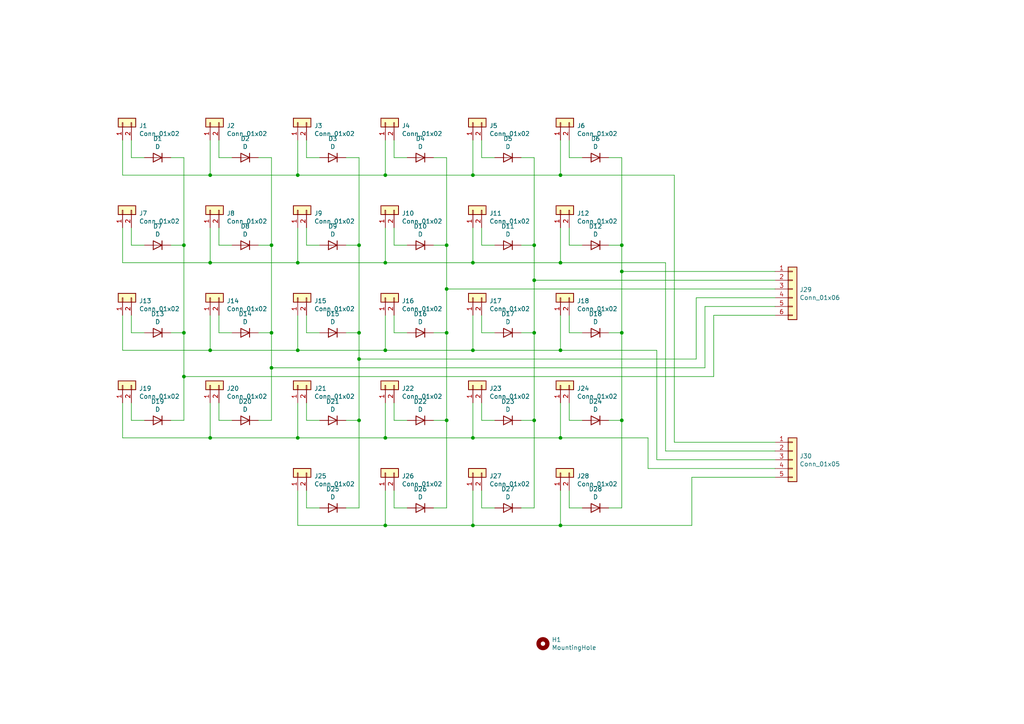
<source format=kicad_sch>
(kicad_sch (version 20211123) (generator eeschema)

  (uuid 4c7edb69-5c0d-4f19-b8b4-93a9e6064461)

  (paper "A4")

  (lib_symbols
    (symbol "Connector_Generic:Conn_01x02" (pin_names (offset 1.016) hide) (in_bom yes) (on_board yes)
      (property "Reference" "J" (id 0) (at 0 2.54 0)
        (effects (font (size 1.27 1.27)))
      )
      (property "Value" "Conn_01x02" (id 1) (at 0 -5.08 0)
        (effects (font (size 1.27 1.27)))
      )
      (property "Footprint" "" (id 2) (at 0 0 0)
        (effects (font (size 1.27 1.27)) hide)
      )
      (property "Datasheet" "~" (id 3) (at 0 0 0)
        (effects (font (size 1.27 1.27)) hide)
      )
      (property "ki_keywords" "connector" (id 4) (at 0 0 0)
        (effects (font (size 1.27 1.27)) hide)
      )
      (property "ki_description" "Generic connector, single row, 01x02, script generated (kicad-library-utils/schlib/autogen/connector/)" (id 5) (at 0 0 0)
        (effects (font (size 1.27 1.27)) hide)
      )
      (property "ki_fp_filters" "Connector*:*_1x??_*" (id 6) (at 0 0 0)
        (effects (font (size 1.27 1.27)) hide)
      )
      (symbol "Conn_01x02_1_1"
        (rectangle (start -1.27 -2.413) (end 0 -2.667)
          (stroke (width 0.1524) (type default) (color 0 0 0 0))
          (fill (type none))
        )
        (rectangle (start -1.27 0.127) (end 0 -0.127)
          (stroke (width 0.1524) (type default) (color 0 0 0 0))
          (fill (type none))
        )
        (rectangle (start -1.27 1.27) (end 1.27 -3.81)
          (stroke (width 0.254) (type default) (color 0 0 0 0))
          (fill (type background))
        )
        (pin passive line (at -5.08 0 0) (length 3.81)
          (name "Pin_1" (effects (font (size 1.27 1.27))))
          (number "1" (effects (font (size 1.27 1.27))))
        )
        (pin passive line (at -5.08 -2.54 0) (length 3.81)
          (name "Pin_2" (effects (font (size 1.27 1.27))))
          (number "2" (effects (font (size 1.27 1.27))))
        )
      )
    )
    (symbol "Connector_Generic:Conn_01x05" (pin_names (offset 1.016) hide) (in_bom yes) (on_board yes)
      (property "Reference" "J" (id 0) (at 0 7.62 0)
        (effects (font (size 1.27 1.27)))
      )
      (property "Value" "Conn_01x05" (id 1) (at 0 -7.62 0)
        (effects (font (size 1.27 1.27)))
      )
      (property "Footprint" "" (id 2) (at 0 0 0)
        (effects (font (size 1.27 1.27)) hide)
      )
      (property "Datasheet" "~" (id 3) (at 0 0 0)
        (effects (font (size 1.27 1.27)) hide)
      )
      (property "ki_keywords" "connector" (id 4) (at 0 0 0)
        (effects (font (size 1.27 1.27)) hide)
      )
      (property "ki_description" "Generic connector, single row, 01x05, script generated (kicad-library-utils/schlib/autogen/connector/)" (id 5) (at 0 0 0)
        (effects (font (size 1.27 1.27)) hide)
      )
      (property "ki_fp_filters" "Connector*:*_1x??_*" (id 6) (at 0 0 0)
        (effects (font (size 1.27 1.27)) hide)
      )
      (symbol "Conn_01x05_1_1"
        (rectangle (start -1.27 -4.953) (end 0 -5.207)
          (stroke (width 0.1524) (type default) (color 0 0 0 0))
          (fill (type none))
        )
        (rectangle (start -1.27 -2.413) (end 0 -2.667)
          (stroke (width 0.1524) (type default) (color 0 0 0 0))
          (fill (type none))
        )
        (rectangle (start -1.27 0.127) (end 0 -0.127)
          (stroke (width 0.1524) (type default) (color 0 0 0 0))
          (fill (type none))
        )
        (rectangle (start -1.27 2.667) (end 0 2.413)
          (stroke (width 0.1524) (type default) (color 0 0 0 0))
          (fill (type none))
        )
        (rectangle (start -1.27 5.207) (end 0 4.953)
          (stroke (width 0.1524) (type default) (color 0 0 0 0))
          (fill (type none))
        )
        (rectangle (start -1.27 6.35) (end 1.27 -6.35)
          (stroke (width 0.254) (type default) (color 0 0 0 0))
          (fill (type background))
        )
        (pin passive line (at -5.08 5.08 0) (length 3.81)
          (name "Pin_1" (effects (font (size 1.27 1.27))))
          (number "1" (effects (font (size 1.27 1.27))))
        )
        (pin passive line (at -5.08 2.54 0) (length 3.81)
          (name "Pin_2" (effects (font (size 1.27 1.27))))
          (number "2" (effects (font (size 1.27 1.27))))
        )
        (pin passive line (at -5.08 0 0) (length 3.81)
          (name "Pin_3" (effects (font (size 1.27 1.27))))
          (number "3" (effects (font (size 1.27 1.27))))
        )
        (pin passive line (at -5.08 -2.54 0) (length 3.81)
          (name "Pin_4" (effects (font (size 1.27 1.27))))
          (number "4" (effects (font (size 1.27 1.27))))
        )
        (pin passive line (at -5.08 -5.08 0) (length 3.81)
          (name "Pin_5" (effects (font (size 1.27 1.27))))
          (number "5" (effects (font (size 1.27 1.27))))
        )
      )
    )
    (symbol "Connector_Generic:Conn_01x06" (pin_names (offset 1.016) hide) (in_bom yes) (on_board yes)
      (property "Reference" "J" (id 0) (at 0 7.62 0)
        (effects (font (size 1.27 1.27)))
      )
      (property "Value" "Conn_01x06" (id 1) (at 0 -10.16 0)
        (effects (font (size 1.27 1.27)))
      )
      (property "Footprint" "" (id 2) (at 0 0 0)
        (effects (font (size 1.27 1.27)) hide)
      )
      (property "Datasheet" "~" (id 3) (at 0 0 0)
        (effects (font (size 1.27 1.27)) hide)
      )
      (property "ki_keywords" "connector" (id 4) (at 0 0 0)
        (effects (font (size 1.27 1.27)) hide)
      )
      (property "ki_description" "Generic connector, single row, 01x06, script generated (kicad-library-utils/schlib/autogen/connector/)" (id 5) (at 0 0 0)
        (effects (font (size 1.27 1.27)) hide)
      )
      (property "ki_fp_filters" "Connector*:*_1x??_*" (id 6) (at 0 0 0)
        (effects (font (size 1.27 1.27)) hide)
      )
      (symbol "Conn_01x06_1_1"
        (rectangle (start -1.27 -7.493) (end 0 -7.747)
          (stroke (width 0.1524) (type default) (color 0 0 0 0))
          (fill (type none))
        )
        (rectangle (start -1.27 -4.953) (end 0 -5.207)
          (stroke (width 0.1524) (type default) (color 0 0 0 0))
          (fill (type none))
        )
        (rectangle (start -1.27 -2.413) (end 0 -2.667)
          (stroke (width 0.1524) (type default) (color 0 0 0 0))
          (fill (type none))
        )
        (rectangle (start -1.27 0.127) (end 0 -0.127)
          (stroke (width 0.1524) (type default) (color 0 0 0 0))
          (fill (type none))
        )
        (rectangle (start -1.27 2.667) (end 0 2.413)
          (stroke (width 0.1524) (type default) (color 0 0 0 0))
          (fill (type none))
        )
        (rectangle (start -1.27 5.207) (end 0 4.953)
          (stroke (width 0.1524) (type default) (color 0 0 0 0))
          (fill (type none))
        )
        (rectangle (start -1.27 6.35) (end 1.27 -8.89)
          (stroke (width 0.254) (type default) (color 0 0 0 0))
          (fill (type background))
        )
        (pin passive line (at -5.08 5.08 0) (length 3.81)
          (name "Pin_1" (effects (font (size 1.27 1.27))))
          (number "1" (effects (font (size 1.27 1.27))))
        )
        (pin passive line (at -5.08 2.54 0) (length 3.81)
          (name "Pin_2" (effects (font (size 1.27 1.27))))
          (number "2" (effects (font (size 1.27 1.27))))
        )
        (pin passive line (at -5.08 0 0) (length 3.81)
          (name "Pin_3" (effects (font (size 1.27 1.27))))
          (number "3" (effects (font (size 1.27 1.27))))
        )
        (pin passive line (at -5.08 -2.54 0) (length 3.81)
          (name "Pin_4" (effects (font (size 1.27 1.27))))
          (number "4" (effects (font (size 1.27 1.27))))
        )
        (pin passive line (at -5.08 -5.08 0) (length 3.81)
          (name "Pin_5" (effects (font (size 1.27 1.27))))
          (number "5" (effects (font (size 1.27 1.27))))
        )
        (pin passive line (at -5.08 -7.62 0) (length 3.81)
          (name "Pin_6" (effects (font (size 1.27 1.27))))
          (number "6" (effects (font (size 1.27 1.27))))
        )
      )
    )
    (symbol "Device:D" (pin_numbers hide) (pin_names (offset 1.016) hide) (in_bom yes) (on_board yes)
      (property "Reference" "D" (id 0) (at 0 2.54 0)
        (effects (font (size 1.27 1.27)))
      )
      (property "Value" "D" (id 1) (at 0 -2.54 0)
        (effects (font (size 1.27 1.27)))
      )
      (property "Footprint" "" (id 2) (at 0 0 0)
        (effects (font (size 1.27 1.27)) hide)
      )
      (property "Datasheet" "~" (id 3) (at 0 0 0)
        (effects (font (size 1.27 1.27)) hide)
      )
      (property "ki_keywords" "diode" (id 4) (at 0 0 0)
        (effects (font (size 1.27 1.27)) hide)
      )
      (property "ki_description" "Diode" (id 5) (at 0 0 0)
        (effects (font (size 1.27 1.27)) hide)
      )
      (property "ki_fp_filters" "TO-???* *_Diode_* *SingleDiode* D_*" (id 6) (at 0 0 0)
        (effects (font (size 1.27 1.27)) hide)
      )
      (symbol "D_0_1"
        (polyline
          (pts
            (xy -1.27 1.27)
            (xy -1.27 -1.27)
          )
          (stroke (width 0.254) (type default) (color 0 0 0 0))
          (fill (type none))
        )
        (polyline
          (pts
            (xy 1.27 0)
            (xy -1.27 0)
          )
          (stroke (width 0) (type default) (color 0 0 0 0))
          (fill (type none))
        )
        (polyline
          (pts
            (xy 1.27 1.27)
            (xy 1.27 -1.27)
            (xy -1.27 0)
            (xy 1.27 1.27)
          )
          (stroke (width 0.254) (type default) (color 0 0 0 0))
          (fill (type none))
        )
      )
      (symbol "D_1_1"
        (pin passive line (at -3.81 0 0) (length 2.54)
          (name "K" (effects (font (size 1.27 1.27))))
          (number "1" (effects (font (size 1.27 1.27))))
        )
        (pin passive line (at 3.81 0 180) (length 2.54)
          (name "A" (effects (font (size 1.27 1.27))))
          (number "2" (effects (font (size 1.27 1.27))))
        )
      )
    )
    (symbol "Mechanical:MountingHole" (pin_names (offset 1.016)) (in_bom yes) (on_board yes)
      (property "Reference" "H" (id 0) (at 0 5.08 0)
        (effects (font (size 1.27 1.27)))
      )
      (property "Value" "MountingHole" (id 1) (at 0 3.175 0)
        (effects (font (size 1.27 1.27)))
      )
      (property "Footprint" "" (id 2) (at 0 0 0)
        (effects (font (size 1.27 1.27)) hide)
      )
      (property "Datasheet" "~" (id 3) (at 0 0 0)
        (effects (font (size 1.27 1.27)) hide)
      )
      (property "ki_keywords" "mounting hole" (id 4) (at 0 0 0)
        (effects (font (size 1.27 1.27)) hide)
      )
      (property "ki_description" "Mounting Hole without connection" (id 5) (at 0 0 0)
        (effects (font (size 1.27 1.27)) hide)
      )
      (property "ki_fp_filters" "MountingHole*" (id 6) (at 0 0 0)
        (effects (font (size 1.27 1.27)) hide)
      )
      (symbol "MountingHole_0_1"
        (circle (center 0 0) (radius 1.27)
          (stroke (width 1.27) (type default) (color 0 0 0 0))
          (fill (type none))
        )
      )
    )
  )

  (junction (at 180.34 121.92) (diameter 0) (color 0 0 0 0)
    (uuid 01eeb9bb-7b0d-49cb-b1da-e01b88c83a75)
  )
  (junction (at 180.34 78.74) (diameter 0) (color 0 0 0 0)
    (uuid 04950633-4166-4f55-af50-bf7d635ef669)
  )
  (junction (at 53.34 109.22) (diameter 0) (color 0 0 0 0)
    (uuid 050a41c6-2168-415d-bd45-29a151874812)
  )
  (junction (at 162.56 50.8) (diameter 0) (color 0 0 0 0)
    (uuid 089111fe-d0bf-418a-8cbf-e615a09063af)
  )
  (junction (at 137.16 152.4) (diameter 0) (color 0 0 0 0)
    (uuid 0a314609-7389-4ef3-9c58-08cc2dbf1a22)
  )
  (junction (at 180.34 96.52) (diameter 0) (color 0 0 0 0)
    (uuid 0ce4d2e1-cb27-4781-8d3a-814ef8cedadd)
  )
  (junction (at 154.94 96.52) (diameter 0) (color 0 0 0 0)
    (uuid 1ac1de8f-b826-440b-8728-6dd632023082)
  )
  (junction (at 111.76 101.6) (diameter 0) (color 0 0 0 0)
    (uuid 255fb375-a08c-4b42-9be2-dc1306d5c613)
  )
  (junction (at 60.96 101.6) (diameter 0) (color 0 0 0 0)
    (uuid 26974cea-06ef-4e82-a149-e29363111ebb)
  )
  (junction (at 78.74 96.52) (diameter 0) (color 0 0 0 0)
    (uuid 27447d05-a6ad-4991-b8b8-3e89e51f76b4)
  )
  (junction (at 180.34 71.12) (diameter 0) (color 0 0 0 0)
    (uuid 28bd1f05-2bcb-44c7-bbaa-d3c002131c78)
  )
  (junction (at 78.74 71.12) (diameter 0) (color 0 0 0 0)
    (uuid 2a59ec15-8df6-41fd-91a3-d42dbcd445ce)
  )
  (junction (at 129.54 83.82) (diameter 0) (color 0 0 0 0)
    (uuid 2b501da0-6fc9-4030-a9e6-e3d64c1781bd)
  )
  (junction (at 86.36 50.8) (diameter 0) (color 0 0 0 0)
    (uuid 33dd77e8-b60b-4baa-bcf4-608589ab0a0d)
  )
  (junction (at 60.96 76.2) (diameter 0) (color 0 0 0 0)
    (uuid 36d90c43-44d4-4f6b-869c-56eeb73ccaa5)
  )
  (junction (at 111.76 127) (diameter 0) (color 0 0 0 0)
    (uuid 3b332a35-a039-4081-a411-78c4c425e1b4)
  )
  (junction (at 154.94 71.12) (diameter 0) (color 0 0 0 0)
    (uuid 43c57360-38ec-42cc-b880-591320a9b125)
  )
  (junction (at 137.16 76.2) (diameter 0) (color 0 0 0 0)
    (uuid 54b1964f-4dff-4e41-bd10-b1a3fdf7a9ae)
  )
  (junction (at 53.34 96.52) (diameter 0) (color 0 0 0 0)
    (uuid 58108f14-89f1-4133-93e7-bf25fa1f455c)
  )
  (junction (at 137.16 101.6) (diameter 0) (color 0 0 0 0)
    (uuid 5ad355ed-9072-4be4-a781-38938d614fba)
  )
  (junction (at 111.76 76.2) (diameter 0) (color 0 0 0 0)
    (uuid 607ac9bc-3bc9-483a-877c-d322e55680ce)
  )
  (junction (at 137.16 127) (diameter 0) (color 0 0 0 0)
    (uuid 633ddfc2-51ad-4b69-8a30-f313d6825139)
  )
  (junction (at 162.56 152.4) (diameter 0) (color 0 0 0 0)
    (uuid 6a08101d-c1be-440e-bbb5-c54a52e27a01)
  )
  (junction (at 60.96 127) (diameter 0) (color 0 0 0 0)
    (uuid 6c7cab81-aaba-4970-ad1f-9fe26ac0de30)
  )
  (junction (at 104.14 104.14) (diameter 0) (color 0 0 0 0)
    (uuid 6e5251ea-3624-4b1b-a6d5-5bfea80d047c)
  )
  (junction (at 86.36 76.2) (diameter 0) (color 0 0 0 0)
    (uuid 74701c0f-064a-4d27-9768-b9c5c5010abd)
  )
  (junction (at 104.14 71.12) (diameter 0) (color 0 0 0 0)
    (uuid 829c2de7-8be3-42de-8056-81ca8e0abb0e)
  )
  (junction (at 154.94 121.92) (diameter 0) (color 0 0 0 0)
    (uuid 8c7909ef-090b-4b0e-add4-1e23dc9a6c15)
  )
  (junction (at 60.96 50.8) (diameter 0) (color 0 0 0 0)
    (uuid 90c1f83c-a762-4af1-93b9-21b6409feb10)
  )
  (junction (at 129.54 96.52) (diameter 0) (color 0 0 0 0)
    (uuid 96c0c894-3ba3-4dae-8183-492c99c6daef)
  )
  (junction (at 129.54 71.12) (diameter 0) (color 0 0 0 0)
    (uuid ae1f7f6e-1784-464a-892d-2f5fd8f465e4)
  )
  (junction (at 104.14 121.92) (diameter 0) (color 0 0 0 0)
    (uuid ae635420-6026-495a-97a9-23f6ec40fa09)
  )
  (junction (at 154.94 81.28) (diameter 0) (color 0 0 0 0)
    (uuid b7052fc4-aa37-4738-938d-cff26d16c92e)
  )
  (junction (at 137.16 50.8) (diameter 0) (color 0 0 0 0)
    (uuid b83f71c7-a420-433a-b102-1bdba8db3991)
  )
  (junction (at 111.76 50.8) (diameter 0) (color 0 0 0 0)
    (uuid cb8b0707-f60b-4005-9ffa-84800d461f59)
  )
  (junction (at 53.34 71.12) (diameter 0) (color 0 0 0 0)
    (uuid d14388fc-54f0-46f9-b9cf-37c48130a218)
  )
  (junction (at 129.54 121.92) (diameter 0) (color 0 0 0 0)
    (uuid d8fd5aa6-4875-4c6a-908f-b8e217fa6889)
  )
  (junction (at 104.14 96.52) (diameter 0) (color 0 0 0 0)
    (uuid dbc396c7-00d7-47ee-b9da-8bc43bc0ea3b)
  )
  (junction (at 86.36 127) (diameter 0) (color 0 0 0 0)
    (uuid dd21b415-0333-4680-875b-153667f1c46b)
  )
  (junction (at 86.36 101.6) (diameter 0) (color 0 0 0 0)
    (uuid ddaa325c-a0b2-4478-b9ca-5da8703d48ef)
  )
  (junction (at 162.56 127) (diameter 0) (color 0 0 0 0)
    (uuid e5d48c6f-399d-4846-b62e-1a764e9db653)
  )
  (junction (at 162.56 101.6) (diameter 0) (color 0 0 0 0)
    (uuid ecac24ce-bb5f-41c9-879d-f97934492b42)
  )
  (junction (at 162.56 76.2) (diameter 0) (color 0 0 0 0)
    (uuid ed42913b-e600-4e89-a650-04919167831a)
  )
  (junction (at 78.74 106.68) (diameter 0) (color 0 0 0 0)
    (uuid fa7ca027-86eb-4f4a-912a-a7c2dbf3d3b9)
  )
  (junction (at 111.76 152.4) (diameter 0) (color 0 0 0 0)
    (uuid fbccf76f-eea7-4d75-8d32-ace905fac118)
  )

  (wire (pts (xy 162.56 76.2) (xy 162.56 66.04))
    (stroke (width 0) (type default) (color 0 0 0 0))
    (uuid 007153f4-5a37-4d2d-8e5f-b88e2123e26d)
  )
  (wire (pts (xy 154.94 45.72) (xy 154.94 71.12))
    (stroke (width 0) (type default) (color 0 0 0 0))
    (uuid 0085c1b5-87b0-4885-a5d1-242190a4b48f)
  )
  (wire (pts (xy 207.01 109.22) (xy 53.34 109.22))
    (stroke (width 0) (type default) (color 0 0 0 0))
    (uuid 016b71b6-5d39-4afe-97a6-b5e1b5c1bde2)
  )
  (wire (pts (xy 38.1 91.44) (xy 38.1 96.52))
    (stroke (width 0) (type default) (color 0 0 0 0))
    (uuid 047e30d0-95a3-404f-ae79-cbd3aa3dae07)
  )
  (wire (pts (xy 204.47 88.9) (xy 204.47 106.68))
    (stroke (width 0) (type default) (color 0 0 0 0))
    (uuid 0661505d-e4be-4c53-8557-db51ba9f0eb5)
  )
  (wire (pts (xy 88.9 147.32) (xy 92.71 147.32))
    (stroke (width 0) (type default) (color 0 0 0 0))
    (uuid 075eaeae-3aa6-47f8-98a7-bad8b7a26fe8)
  )
  (wire (pts (xy 154.94 121.92) (xy 151.13 121.92))
    (stroke (width 0) (type default) (color 0 0 0 0))
    (uuid 079656a6-8d3f-41c1-b3c1-a9b10792bec1)
  )
  (wire (pts (xy 162.56 101.6) (xy 162.56 91.44))
    (stroke (width 0) (type default) (color 0 0 0 0))
    (uuid 07df157c-831d-4476-8826-8b42a84452d2)
  )
  (wire (pts (xy 165.1 121.92) (xy 168.91 121.92))
    (stroke (width 0) (type default) (color 0 0 0 0))
    (uuid 08ef2e09-7f86-4a91-a338-76298def2279)
  )
  (wire (pts (xy 86.36 127) (xy 111.76 127))
    (stroke (width 0) (type default) (color 0 0 0 0))
    (uuid 0bf47900-6032-4401-a1ec-f5fb9d673fdc)
  )
  (wire (pts (xy 86.36 50.8) (xy 111.76 50.8))
    (stroke (width 0) (type default) (color 0 0 0 0))
    (uuid 0e06bc65-2f84-4aca-a6a5-1122eed98092)
  )
  (wire (pts (xy 100.33 45.72) (xy 104.14 45.72))
    (stroke (width 0) (type default) (color 0 0 0 0))
    (uuid 0f0d7f18-66cd-4219-9e98-c9655e2683ca)
  )
  (wire (pts (xy 114.3 71.12) (xy 118.11 71.12))
    (stroke (width 0) (type default) (color 0 0 0 0))
    (uuid 1087f6e4-2712-481f-9319-5291a24e1346)
  )
  (wire (pts (xy 53.34 121.92) (xy 49.53 121.92))
    (stroke (width 0) (type default) (color 0 0 0 0))
    (uuid 116a8072-da7b-41be-ae35-ec57c8d59b5b)
  )
  (wire (pts (xy 104.14 96.52) (xy 104.14 104.14))
    (stroke (width 0) (type default) (color 0 0 0 0))
    (uuid 11c79fa6-3599-4bae-9f60-438d4edf41fb)
  )
  (wire (pts (xy 78.74 71.12) (xy 78.74 96.52))
    (stroke (width 0) (type default) (color 0 0 0 0))
    (uuid 11e731b5-27cc-4186-8bd7-b48014758921)
  )
  (wire (pts (xy 137.16 127) (xy 162.56 127))
    (stroke (width 0) (type default) (color 0 0 0 0))
    (uuid 12a6c264-cafb-4ea8-9044-dfb08f5505f2)
  )
  (wire (pts (xy 104.14 121.92) (xy 100.33 121.92))
    (stroke (width 0) (type default) (color 0 0 0 0))
    (uuid 136a4e0b-03f1-4785-9925-87fd0f36e28d)
  )
  (wire (pts (xy 139.7 142.24) (xy 139.7 147.32))
    (stroke (width 0) (type default) (color 0 0 0 0))
    (uuid 13da473a-b131-4b1a-8b31-22d0a302026b)
  )
  (wire (pts (xy 53.34 109.22) (xy 53.34 121.92))
    (stroke (width 0) (type default) (color 0 0 0 0))
    (uuid 156e8f60-8832-48c1-890e-c837492f550f)
  )
  (wire (pts (xy 63.5 121.92) (xy 67.31 121.92))
    (stroke (width 0) (type default) (color 0 0 0 0))
    (uuid 17b501fc-2bfe-4c87-90de-b13f91c22a2f)
  )
  (wire (pts (xy 154.94 71.12) (xy 154.94 81.28))
    (stroke (width 0) (type default) (color 0 0 0 0))
    (uuid 193b2c30-2154-4db4-a54e-45cf2df19fd2)
  )
  (wire (pts (xy 111.76 127) (xy 137.16 127))
    (stroke (width 0) (type default) (color 0 0 0 0))
    (uuid 1959af78-5e23-418a-8988-b3142972ec2b)
  )
  (wire (pts (xy 204.47 106.68) (xy 78.74 106.68))
    (stroke (width 0) (type default) (color 0 0 0 0))
    (uuid 1992348e-3d64-49d4-a08d-be0f1d01ec1a)
  )
  (wire (pts (xy 139.7 45.72) (xy 143.51 45.72))
    (stroke (width 0) (type default) (color 0 0 0 0))
    (uuid 19edf852-cc12-4b83-991e-cdce5a5ef2f4)
  )
  (wire (pts (xy 165.1 96.52) (xy 168.91 96.52))
    (stroke (width 0) (type default) (color 0 0 0 0))
    (uuid 1ac03f36-2c85-4f3e-98f3-b8f817bf7821)
  )
  (wire (pts (xy 63.5 116.84) (xy 63.5 121.92))
    (stroke (width 0) (type default) (color 0 0 0 0))
    (uuid 1e5abb19-8a48-4123-a2d5-91e1e494fd5f)
  )
  (wire (pts (xy 180.34 121.92) (xy 180.34 147.32))
    (stroke (width 0) (type default) (color 0 0 0 0))
    (uuid 2091257d-eaaf-49aa-ac8a-31e4074f61ca)
  )
  (wire (pts (xy 154.94 147.32) (xy 151.13 147.32))
    (stroke (width 0) (type default) (color 0 0 0 0))
    (uuid 20fa5b5e-5402-4a03-84bb-27a5bd0f11f6)
  )
  (wire (pts (xy 88.9 96.52) (xy 92.71 96.52))
    (stroke (width 0) (type default) (color 0 0 0 0))
    (uuid 21110767-870b-4868-9de4-2cd818a26069)
  )
  (wire (pts (xy 162.56 50.8) (xy 195.58 50.8))
    (stroke (width 0) (type default) (color 0 0 0 0))
    (uuid 21c0b028-07fe-49b1-bf42-e93004e3d282)
  )
  (wire (pts (xy 38.1 40.64) (xy 38.1 45.72))
    (stroke (width 0) (type default) (color 0 0 0 0))
    (uuid 22c6b6bd-b726-486c-8d0c-2bc290537b14)
  )
  (wire (pts (xy 49.53 45.72) (xy 53.34 45.72))
    (stroke (width 0) (type default) (color 0 0 0 0))
    (uuid 2466fe52-a9eb-443c-abed-5d884fe8081d)
  )
  (wire (pts (xy 195.58 128.27) (xy 224.79 128.27))
    (stroke (width 0) (type default) (color 0 0 0 0))
    (uuid 24b3c7fa-808b-4f89-8fd4-a0e9673cf80f)
  )
  (wire (pts (xy 104.14 104.14) (xy 104.14 121.92))
    (stroke (width 0) (type default) (color 0 0 0 0))
    (uuid 2522d423-e56b-4041-8cfa-6f552b83df84)
  )
  (wire (pts (xy 63.5 71.12) (xy 67.31 71.12))
    (stroke (width 0) (type default) (color 0 0 0 0))
    (uuid 256321ce-364e-451c-be2b-491f107e13cd)
  )
  (wire (pts (xy 53.34 96.52) (xy 53.34 109.22))
    (stroke (width 0) (type default) (color 0 0 0 0))
    (uuid 25988243-c52b-4e7a-bec5-9fd433b1786d)
  )
  (wire (pts (xy 35.56 127) (xy 60.96 127))
    (stroke (width 0) (type default) (color 0 0 0 0))
    (uuid 25add893-3fb3-4f62-b701-de06fa686c2c)
  )
  (wire (pts (xy 224.79 81.28) (xy 154.94 81.28))
    (stroke (width 0) (type default) (color 0 0 0 0))
    (uuid 26c9ff6e-88f2-46db-912b-814ce8529c94)
  )
  (wire (pts (xy 137.16 76.2) (xy 162.56 76.2))
    (stroke (width 0) (type default) (color 0 0 0 0))
    (uuid 2768f74d-b5bd-43e3-a6c1-26718da72e6b)
  )
  (wire (pts (xy 154.94 121.92) (xy 154.94 147.32))
    (stroke (width 0) (type default) (color 0 0 0 0))
    (uuid 31bb8d93-045a-4069-9e82-bfda81e6b57e)
  )
  (wire (pts (xy 180.34 71.12) (xy 180.34 78.74))
    (stroke (width 0) (type default) (color 0 0 0 0))
    (uuid 31cd3330-d382-4ad8-986e-62d982ad3977)
  )
  (wire (pts (xy 165.1 71.12) (xy 168.91 71.12))
    (stroke (width 0) (type default) (color 0 0 0 0))
    (uuid 32328328-3c7f-48a4-a55b-53e5a0167121)
  )
  (wire (pts (xy 104.14 71.12) (xy 104.14 96.52))
    (stroke (width 0) (type default) (color 0 0 0 0))
    (uuid 3695e74b-4086-4341-bae3-6c75fbc99ecf)
  )
  (wire (pts (xy 114.3 66.04) (xy 114.3 71.12))
    (stroke (width 0) (type default) (color 0 0 0 0))
    (uuid 36ced621-9b7d-4f9d-8151-2b3d72960e8f)
  )
  (wire (pts (xy 111.76 127) (xy 111.76 116.84))
    (stroke (width 0) (type default) (color 0 0 0 0))
    (uuid 39483b58-0f97-45ae-aba7-30c021862d85)
  )
  (wire (pts (xy 162.56 127) (xy 187.96 127))
    (stroke (width 0) (type default) (color 0 0 0 0))
    (uuid 3a180bba-8313-4866-b2cb-398aa60b5959)
  )
  (wire (pts (xy 60.96 127) (xy 86.36 127))
    (stroke (width 0) (type default) (color 0 0 0 0))
    (uuid 3b872800-c179-4fdb-9fac-cd0102478ad0)
  )
  (wire (pts (xy 193.04 76.2) (xy 193.04 130.81))
    (stroke (width 0) (type default) (color 0 0 0 0))
    (uuid 3c04153c-52e2-4915-9acc-7306168a76a9)
  )
  (wire (pts (xy 165.1 40.64) (xy 165.1 45.72))
    (stroke (width 0) (type default) (color 0 0 0 0))
    (uuid 3d6e08ca-d8d0-4ac9-94b5-c8a899fb7898)
  )
  (wire (pts (xy 78.74 121.92) (xy 74.93 121.92))
    (stroke (width 0) (type default) (color 0 0 0 0))
    (uuid 3e6ff892-4fbe-4b53-ad5c-c03b6a766743)
  )
  (wire (pts (xy 35.56 116.84) (xy 35.56 127))
    (stroke (width 0) (type default) (color 0 0 0 0))
    (uuid 3e7830cb-f5ff-40df-9a45-99ed0d05bb32)
  )
  (wire (pts (xy 88.9 91.44) (xy 88.9 96.52))
    (stroke (width 0) (type default) (color 0 0 0 0))
    (uuid 40e3169d-0c6e-46d8-9007-18f35cdd2f12)
  )
  (wire (pts (xy 201.93 86.36) (xy 201.93 104.14))
    (stroke (width 0) (type default) (color 0 0 0 0))
    (uuid 442470f1-e09e-405f-8a83-a7eee693af4c)
  )
  (wire (pts (xy 111.76 76.2) (xy 137.16 76.2))
    (stroke (width 0) (type default) (color 0 0 0 0))
    (uuid 45fb6e8a-efc0-47f8-8688-585ae760c56f)
  )
  (wire (pts (xy 165.1 142.24) (xy 165.1 147.32))
    (stroke (width 0) (type default) (color 0 0 0 0))
    (uuid 4b0eb636-4798-43e8-88ec-fcaed8b81351)
  )
  (wire (pts (xy 38.1 45.72) (xy 41.91 45.72))
    (stroke (width 0) (type default) (color 0 0 0 0))
    (uuid 5161b79a-d345-401a-9ee2-53456230eef1)
  )
  (wire (pts (xy 63.5 96.52) (xy 67.31 96.52))
    (stroke (width 0) (type default) (color 0 0 0 0))
    (uuid 550ead8a-e064-4b00-a799-299dfe81ebef)
  )
  (wire (pts (xy 38.1 121.92) (xy 41.91 121.92))
    (stroke (width 0) (type default) (color 0 0 0 0))
    (uuid 556c5420-376a-445b-aa33-658aca6ad673)
  )
  (wire (pts (xy 224.79 83.82) (xy 129.54 83.82))
    (stroke (width 0) (type default) (color 0 0 0 0))
    (uuid 55e3010d-5004-4196-854a-7ec2181744e7)
  )
  (wire (pts (xy 111.76 50.8) (xy 137.16 50.8))
    (stroke (width 0) (type default) (color 0 0 0 0))
    (uuid 571bed76-067b-48e4-907b-74be99e88801)
  )
  (wire (pts (xy 111.76 50.8) (xy 111.76 40.64))
    (stroke (width 0) (type default) (color 0 0 0 0))
    (uuid 57356a02-9691-4227-900d-c1505d09c0d0)
  )
  (wire (pts (xy 180.34 96.52) (xy 180.34 121.92))
    (stroke (width 0) (type default) (color 0 0 0 0))
    (uuid 59c33560-5c92-4c00-a98f-2fb539816927)
  )
  (wire (pts (xy 88.9 66.04) (xy 88.9 71.12))
    (stroke (width 0) (type default) (color 0 0 0 0))
    (uuid 5cc588ba-d70a-4bf6-b8bf-4ea7f858e703)
  )
  (wire (pts (xy 180.34 121.92) (xy 176.53 121.92))
    (stroke (width 0) (type default) (color 0 0 0 0))
    (uuid 5dbf3db8-90ba-4a21-a616-e0d3aed60f43)
  )
  (wire (pts (xy 114.3 96.52) (xy 118.11 96.52))
    (stroke (width 0) (type default) (color 0 0 0 0))
    (uuid 5df3f9de-9d8b-4524-a9f2-28d61b49d494)
  )
  (wire (pts (xy 35.56 76.2) (xy 60.96 76.2))
    (stroke (width 0) (type default) (color 0 0 0 0))
    (uuid 5fc6b97d-a974-4813-8075-16f56f6eb128)
  )
  (wire (pts (xy 137.16 50.8) (xy 137.16 40.64))
    (stroke (width 0) (type default) (color 0 0 0 0))
    (uuid 61711f8d-e4ed-4a7e-9470-f06ebd443fb3)
  )
  (wire (pts (xy 139.7 71.12) (xy 143.51 71.12))
    (stroke (width 0) (type default) (color 0 0 0 0))
    (uuid 619a57cc-884f-4ac8-ab48-ebafae55ba25)
  )
  (wire (pts (xy 139.7 40.64) (xy 139.7 45.72))
    (stroke (width 0) (type default) (color 0 0 0 0))
    (uuid 63adee09-41a4-4f12-958e-f7a87e40f2be)
  )
  (wire (pts (xy 193.04 130.81) (xy 224.79 130.81))
    (stroke (width 0) (type default) (color 0 0 0 0))
    (uuid 648ecba4-476b-428a-b6c3-019dc04e0849)
  )
  (wire (pts (xy 129.54 83.82) (xy 129.54 96.52))
    (stroke (width 0) (type default) (color 0 0 0 0))
    (uuid 686f60eb-7a82-4b2e-809e-6b5335a6e76b)
  )
  (wire (pts (xy 129.54 71.12) (xy 129.54 83.82))
    (stroke (width 0) (type default) (color 0 0 0 0))
    (uuid 6919ab60-2a60-4fab-b384-7b975cd9fd50)
  )
  (wire (pts (xy 180.34 78.74) (xy 180.34 96.52))
    (stroke (width 0) (type default) (color 0 0 0 0))
    (uuid 698b7b97-db89-4ded-a1f6-dc6de2997ec0)
  )
  (wire (pts (xy 137.16 101.6) (xy 162.56 101.6))
    (stroke (width 0) (type default) (color 0 0 0 0))
    (uuid 6a1cdaad-17a6-459c-910b-41f6895cc5e3)
  )
  (wire (pts (xy 88.9 116.84) (xy 88.9 121.92))
    (stroke (width 0) (type default) (color 0 0 0 0))
    (uuid 6b5f24d1-8f8f-4054-91f8-47f261ccd011)
  )
  (wire (pts (xy 86.36 152.4) (xy 111.76 152.4))
    (stroke (width 0) (type default) (color 0 0 0 0))
    (uuid 6cae4c8a-9679-487b-b667-457a463482a0)
  )
  (wire (pts (xy 114.3 147.32) (xy 118.11 147.32))
    (stroke (width 0) (type default) (color 0 0 0 0))
    (uuid 6f00ef17-669c-4740-835b-9900d95071c1)
  )
  (wire (pts (xy 104.14 121.92) (xy 104.14 147.32))
    (stroke (width 0) (type default) (color 0 0 0 0))
    (uuid 71bab3a8-3e10-42ad-a36d-cbdc22190b4a)
  )
  (wire (pts (xy 165.1 147.32) (xy 168.91 147.32))
    (stroke (width 0) (type default) (color 0 0 0 0))
    (uuid 758cc23e-1d50-46d6-b835-f2d99316243e)
  )
  (wire (pts (xy 200.66 152.4) (xy 162.56 152.4))
    (stroke (width 0) (type default) (color 0 0 0 0))
    (uuid 77dcd67d-cfdf-4738-851c-2cea7c76b3dd)
  )
  (wire (pts (xy 200.66 138.43) (xy 200.66 152.4))
    (stroke (width 0) (type default) (color 0 0 0 0))
    (uuid 79186755-f093-4482-9f48-ce225fa0d13b)
  )
  (wire (pts (xy 201.93 104.14) (xy 104.14 104.14))
    (stroke (width 0) (type default) (color 0 0 0 0))
    (uuid 7bb36551-3b73-4e6b-a0cc-2df3132afe0b)
  )
  (wire (pts (xy 35.56 66.04) (xy 35.56 76.2))
    (stroke (width 0) (type default) (color 0 0 0 0))
    (uuid 7c4e4995-4182-40bb-b9ec-491d36c4b1df)
  )
  (wire (pts (xy 53.34 71.12) (xy 53.34 96.52))
    (stroke (width 0) (type default) (color 0 0 0 0))
    (uuid 7c580fe2-d8a8-4f2a-8276-5ddb7b3ddf2e)
  )
  (wire (pts (xy 63.5 66.04) (xy 63.5 71.12))
    (stroke (width 0) (type default) (color 0 0 0 0))
    (uuid 7cf39671-e4e5-4e72-af9a-5175fb6d33f3)
  )
  (wire (pts (xy 88.9 45.72) (xy 92.71 45.72))
    (stroke (width 0) (type default) (color 0 0 0 0))
    (uuid 7e200dce-026f-4906-987f-954d6ffdf1f7)
  )
  (wire (pts (xy 224.79 78.74) (xy 180.34 78.74))
    (stroke (width 0) (type default) (color 0 0 0 0))
    (uuid 86bd81a3-aa1b-4528-8fb9-c015d4ffa990)
  )
  (wire (pts (xy 35.56 50.8) (xy 60.96 50.8))
    (stroke (width 0) (type default) (color 0 0 0 0))
    (uuid 87b42969-95d7-4d9e-a9d4-69a1f03f614e)
  )
  (wire (pts (xy 180.34 96.52) (xy 176.53 96.52))
    (stroke (width 0) (type default) (color 0 0 0 0))
    (uuid 8af03001-6f84-46c0-96f9-0e24fdbdbf6a)
  )
  (wire (pts (xy 78.74 106.68) (xy 78.74 121.92))
    (stroke (width 0) (type default) (color 0 0 0 0))
    (uuid 8cd7041a-2e40-4e7d-9217-219dfc2256b5)
  )
  (wire (pts (xy 165.1 116.84) (xy 165.1 121.92))
    (stroke (width 0) (type default) (color 0 0 0 0))
    (uuid 8f989a61-6197-4a40-a33c-5551248999df)
  )
  (wire (pts (xy 88.9 40.64) (xy 88.9 45.72))
    (stroke (width 0) (type default) (color 0 0 0 0))
    (uuid 9018e36a-3814-4ae3-894b-be5242ec0e31)
  )
  (wire (pts (xy 60.96 101.6) (xy 60.96 91.44))
    (stroke (width 0) (type default) (color 0 0 0 0))
    (uuid 915571ba-9986-4962-b3d6-7adde54490dc)
  )
  (wire (pts (xy 111.76 101.6) (xy 111.76 91.44))
    (stroke (width 0) (type default) (color 0 0 0 0))
    (uuid 91c9ee42-ba65-4d57-92ba-b5130e067845)
  )
  (wire (pts (xy 176.53 45.72) (xy 180.34 45.72))
    (stroke (width 0) (type default) (color 0 0 0 0))
    (uuid 91d4ff2c-16b0-4fef-aace-47e3771e3779)
  )
  (wire (pts (xy 165.1 45.72) (xy 168.91 45.72))
    (stroke (width 0) (type default) (color 0 0 0 0))
    (uuid 9237e844-eed5-44d2-9db0-0c536619d338)
  )
  (wire (pts (xy 86.36 101.6) (xy 111.76 101.6))
    (stroke (width 0) (type default) (color 0 0 0 0))
    (uuid 92915f9e-0512-49dd-9e83-acfb31fe2df1)
  )
  (wire (pts (xy 78.74 96.52) (xy 78.74 106.68))
    (stroke (width 0) (type default) (color 0 0 0 0))
    (uuid 944257c9-a2a6-4218-971b-824c43a007cf)
  )
  (wire (pts (xy 201.93 86.36) (xy 224.79 86.36))
    (stroke (width 0) (type default) (color 0 0 0 0))
    (uuid 95886d94-310f-4a20-8439-5f6e38657310)
  )
  (wire (pts (xy 104.14 45.72) (xy 104.14 71.12))
    (stroke (width 0) (type default) (color 0 0 0 0))
    (uuid 961072fc-23eb-4241-b082-3046ea98b16b)
  )
  (wire (pts (xy 207.01 91.44) (xy 207.01 109.22))
    (stroke (width 0) (type default) (color 0 0 0 0))
    (uuid 96121a3c-a337-4f54-829b-e1fa056a89cb)
  )
  (wire (pts (xy 114.3 142.24) (xy 114.3 147.32))
    (stroke (width 0) (type default) (color 0 0 0 0))
    (uuid 96722786-23ee-478e-8bd6-6a664ecf7bfd)
  )
  (wire (pts (xy 200.66 138.43) (xy 224.79 138.43))
    (stroke (width 0) (type default) (color 0 0 0 0))
    (uuid 96b75d53-2f77-4b87-8df2-ba2766f3fab9)
  )
  (wire (pts (xy 165.1 91.44) (xy 165.1 96.52))
    (stroke (width 0) (type default) (color 0 0 0 0))
    (uuid 986d0f50-0568-460c-b488-92c31e77a497)
  )
  (wire (pts (xy 139.7 116.84) (xy 139.7 121.92))
    (stroke (width 0) (type default) (color 0 0 0 0))
    (uuid 9a23487a-9571-4a38-b433-da4a283922c4)
  )
  (wire (pts (xy 86.36 142.24) (xy 86.36 152.4))
    (stroke (width 0) (type default) (color 0 0 0 0))
    (uuid 9c1aa0d1-2172-4c3d-8fac-611da3387e2b)
  )
  (wire (pts (xy 139.7 91.44) (xy 139.7 96.52))
    (stroke (width 0) (type default) (color 0 0 0 0))
    (uuid 9c4f0926-82d8-4ea4-9f2a-d76d041c38c6)
  )
  (wire (pts (xy 125.73 45.72) (xy 129.54 45.72))
    (stroke (width 0) (type default) (color 0 0 0 0))
    (uuid 9dc29b21-b8f6-4a8b-9ce1-977fcb208ed0)
  )
  (wire (pts (xy 187.96 135.89) (xy 224.79 135.89))
    (stroke (width 0) (type default) (color 0 0 0 0))
    (uuid 9ddfe7b7-9958-4fba-b7b2-0c0bbd2264af)
  )
  (wire (pts (xy 60.96 76.2) (xy 86.36 76.2))
    (stroke (width 0) (type default) (color 0 0 0 0))
    (uuid 9e0972bf-b05a-41ad-8f96-0b818b658055)
  )
  (wire (pts (xy 86.36 50.8) (xy 86.36 40.64))
    (stroke (width 0) (type default) (color 0 0 0 0))
    (uuid a1701d4a-e539-40df-9e05-eeedcd91d26c)
  )
  (wire (pts (xy 154.94 96.52) (xy 154.94 121.92))
    (stroke (width 0) (type default) (color 0 0 0 0))
    (uuid a37befbf-3b1f-4979-b214-5c79d288f709)
  )
  (wire (pts (xy 60.96 50.8) (xy 60.96 40.64))
    (stroke (width 0) (type default) (color 0 0 0 0))
    (uuid a3a2ece5-1c93-4b92-aef5-f95c159cffb3)
  )
  (wire (pts (xy 60.96 127) (xy 60.96 116.84))
    (stroke (width 0) (type default) (color 0 0 0 0))
    (uuid a7279e9b-2719-4fe8-8c90-4e37cb9b7fc5)
  )
  (wire (pts (xy 111.76 101.6) (xy 137.16 101.6))
    (stroke (width 0) (type default) (color 0 0 0 0))
    (uuid a8b3c121-cce5-4edf-bbf8-a575b39e236f)
  )
  (wire (pts (xy 88.9 142.24) (xy 88.9 147.32))
    (stroke (width 0) (type default) (color 0 0 0 0))
    (uuid aaea33c0-b6dd-493a-b9ed-927cfeabff09)
  )
  (wire (pts (xy 38.1 116.84) (xy 38.1 121.92))
    (stroke (width 0) (type default) (color 0 0 0 0))
    (uuid ab87426a-7fec-4f8d-b929-63237a73f86c)
  )
  (wire (pts (xy 63.5 40.64) (xy 63.5 45.72))
    (stroke (width 0) (type default) (color 0 0 0 0))
    (uuid abb9ef71-6865-4a8d-a1e7-15709e3371fc)
  )
  (wire (pts (xy 35.56 40.64) (xy 35.56 50.8))
    (stroke (width 0) (type default) (color 0 0 0 0))
    (uuid abd08c46-a548-4f57-871d-74ab60030fc7)
  )
  (wire (pts (xy 78.74 71.12) (xy 74.93 71.12))
    (stroke (width 0) (type default) (color 0 0 0 0))
    (uuid ac82a4d5-2b13-4678-832c-8b2b08de8ca3)
  )
  (wire (pts (xy 104.14 96.52) (xy 100.33 96.52))
    (stroke (width 0) (type default) (color 0 0 0 0))
    (uuid add8ac59-2c9c-4ddd-a0de-8607cbc13aee)
  )
  (wire (pts (xy 88.9 71.12) (xy 92.71 71.12))
    (stroke (width 0) (type default) (color 0 0 0 0))
    (uuid afab8be5-d4bf-4de1-b4cf-fc548ca1ec14)
  )
  (wire (pts (xy 38.1 71.12) (xy 41.91 71.12))
    (stroke (width 0) (type default) (color 0 0 0 0))
    (uuid b09eec07-7c3c-4289-9d24-15164e66a0b2)
  )
  (wire (pts (xy 137.16 152.4) (xy 162.56 152.4))
    (stroke (width 0) (type default) (color 0 0 0 0))
    (uuid b188d6e6-9662-4f96-b4e0-5f64d1ddc19b)
  )
  (wire (pts (xy 114.3 121.92) (xy 118.11 121.92))
    (stroke (width 0) (type default) (color 0 0 0 0))
    (uuid b199a2e6-b139-48b7-bba1-a9f47ef4986f)
  )
  (wire (pts (xy 137.16 101.6) (xy 137.16 91.44))
    (stroke (width 0) (type default) (color 0 0 0 0))
    (uuid b19e45c0-c3e6-43d9-aecf-b372434995a9)
  )
  (wire (pts (xy 139.7 96.52) (xy 143.51 96.52))
    (stroke (width 0) (type default) (color 0 0 0 0))
    (uuid b316ac40-da0e-46fc-8044-1230d820ddb4)
  )
  (wire (pts (xy 111.76 76.2) (xy 111.76 66.04))
    (stroke (width 0) (type default) (color 0 0 0 0))
    (uuid b31ebb86-9400-403e-a39b-7eb84abba42a)
  )
  (wire (pts (xy 180.34 45.72) (xy 180.34 71.12))
    (stroke (width 0) (type default) (color 0 0 0 0))
    (uuid b3674bd5-795d-49d8-91a5-83c5dd82fb49)
  )
  (wire (pts (xy 195.58 50.8) (xy 195.58 128.27))
    (stroke (width 0) (type default) (color 0 0 0 0))
    (uuid b43fb231-dccf-49da-bc2f-8b365e5213ab)
  )
  (wire (pts (xy 190.5 101.6) (xy 190.5 133.35))
    (stroke (width 0) (type default) (color 0 0 0 0))
    (uuid b4beec33-eacc-4465-bb32-55e89d2b25c5)
  )
  (wire (pts (xy 180.34 147.32) (xy 176.53 147.32))
    (stroke (width 0) (type default) (color 0 0 0 0))
    (uuid b6435805-8fe8-4601-a520-c3e7fa268ff6)
  )
  (wire (pts (xy 154.94 71.12) (xy 151.13 71.12))
    (stroke (width 0) (type default) (color 0 0 0 0))
    (uuid b6e11b9c-6ae1-4d5d-9d34-9071ff8eb867)
  )
  (wire (pts (xy 180.34 71.12) (xy 176.53 71.12))
    (stroke (width 0) (type default) (color 0 0 0 0))
    (uuid b7eb03b2-e391-429d-ad3b-4a0780dca7d4)
  )
  (wire (pts (xy 137.16 50.8) (xy 162.56 50.8))
    (stroke (width 0) (type default) (color 0 0 0 0))
    (uuid b89c37de-0fae-4040-87fb-83543b75e378)
  )
  (wire (pts (xy 86.36 101.6) (xy 86.36 91.44))
    (stroke (width 0) (type default) (color 0 0 0 0))
    (uuid b90d8bdd-6f41-4a78-9be3-3df39001526f)
  )
  (wire (pts (xy 162.56 50.8) (xy 162.56 40.64))
    (stroke (width 0) (type default) (color 0 0 0 0))
    (uuid b9824794-0165-4ee4-9dc4-6b488f268e1d)
  )
  (wire (pts (xy 154.94 81.28) (xy 154.94 96.52))
    (stroke (width 0) (type default) (color 0 0 0 0))
    (uuid bab9a7ac-917b-437f-8134-7b5ee49d8083)
  )
  (wire (pts (xy 111.76 152.4) (xy 111.76 142.24))
    (stroke (width 0) (type default) (color 0 0 0 0))
    (uuid bc4878a1-7717-4fb2-9de1-b9aadc079f32)
  )
  (wire (pts (xy 139.7 66.04) (xy 139.7 71.12))
    (stroke (width 0) (type default) (color 0 0 0 0))
    (uuid bdd31d51-30a3-4da0-8720-e1776a448a8b)
  )
  (wire (pts (xy 137.16 76.2) (xy 137.16 66.04))
    (stroke (width 0) (type default) (color 0 0 0 0))
    (uuid bfb66f22-74fe-4a59-9bbe-268d57f7e198)
  )
  (wire (pts (xy 162.56 76.2) (xy 193.04 76.2))
    (stroke (width 0) (type default) (color 0 0 0 0))
    (uuid c0a243ec-5946-4d53-9f2d-7acffce02ad0)
  )
  (wire (pts (xy 53.34 45.72) (xy 53.34 71.12))
    (stroke (width 0) (type default) (color 0 0 0 0))
    (uuid c3c7ee50-de42-41a3-9bde-37a8693bffb1)
  )
  (wire (pts (xy 86.36 127) (xy 86.36 116.84))
    (stroke (width 0) (type default) (color 0 0 0 0))
    (uuid c5dc2df5-dc53-47ad-9775-77a7165a8e8c)
  )
  (wire (pts (xy 129.54 121.92) (xy 129.54 147.32))
    (stroke (width 0) (type default) (color 0 0 0 0))
    (uuid c7e862d2-b626-42f3-9e7e-f95dd8faf07d)
  )
  (wire (pts (xy 139.7 147.32) (xy 143.51 147.32))
    (stroke (width 0) (type default) (color 0 0 0 0))
    (uuid c8176ef1-2b43-42de-b7ab-bbba886a27b2)
  )
  (wire (pts (xy 78.74 45.72) (xy 78.74 71.12))
    (stroke (width 0) (type default) (color 0 0 0 0))
    (uuid c8247c95-7e00-47d3-aaef-dc7a24aa674a)
  )
  (wire (pts (xy 224.79 88.9) (xy 204.47 88.9))
    (stroke (width 0) (type default) (color 0 0 0 0))
    (uuid c97c5e9a-e8e6-4af5-9031-b34d813055c7)
  )
  (wire (pts (xy 86.36 76.2) (xy 86.36 66.04))
    (stroke (width 0) (type default) (color 0 0 0 0))
    (uuid ca6c8f65-f050-4bd8-8579-72906246b928)
  )
  (wire (pts (xy 114.3 45.72) (xy 118.11 45.72))
    (stroke (width 0) (type default) (color 0 0 0 0))
    (uuid cc235aba-26f4-429f-ac18-5e29da294222)
  )
  (wire (pts (xy 88.9 121.92) (xy 92.71 121.92))
    (stroke (width 0) (type default) (color 0 0 0 0))
    (uuid ccb307e3-1c2d-428d-861b-f75c105ea972)
  )
  (wire (pts (xy 38.1 66.04) (xy 38.1 71.12))
    (stroke (width 0) (type default) (color 0 0 0 0))
    (uuid cd4a8704-c9cf-44d8-8cef-4c85e54eef68)
  )
  (wire (pts (xy 63.5 45.72) (xy 67.31 45.72))
    (stroke (width 0) (type default) (color 0 0 0 0))
    (uuid cdfee84f-5f25-43a8-88bb-d89ae224c66f)
  )
  (wire (pts (xy 78.74 96.52) (xy 74.93 96.52))
    (stroke (width 0) (type default) (color 0 0 0 0))
    (uuid d0e07a80-a919-4601-8fb0-827f39d8f581)
  )
  (wire (pts (xy 162.56 152.4) (xy 162.56 142.24))
    (stroke (width 0) (type default) (color 0 0 0 0))
    (uuid d1481824-803c-4cf3-bbb8-dfa7be853cac)
  )
  (wire (pts (xy 151.13 45.72) (xy 154.94 45.72))
    (stroke (width 0) (type default) (color 0 0 0 0))
    (uuid d1d99707-19ca-4765-81ae-b8e4e9cb74d2)
  )
  (wire (pts (xy 187.96 127) (xy 187.96 135.89))
    (stroke (width 0) (type default) (color 0 0 0 0))
    (uuid d3ecb1f0-6f46-41fa-b546-854d56cb99a1)
  )
  (wire (pts (xy 38.1 96.52) (xy 41.91 96.52))
    (stroke (width 0) (type default) (color 0 0 0 0))
    (uuid d6145484-6aa2-4dd0-ac57-5b75ebcc7fef)
  )
  (wire (pts (xy 162.56 127) (xy 162.56 116.84))
    (stroke (width 0) (type default) (color 0 0 0 0))
    (uuid d7aa1265-c43e-4611-b457-da3e244e2463)
  )
  (wire (pts (xy 137.16 152.4) (xy 137.16 142.24))
    (stroke (width 0) (type default) (color 0 0 0 0))
    (uuid d8c5ec86-504e-4543-ad7f-4717709502e0)
  )
  (wire (pts (xy 53.34 71.12) (xy 49.53 71.12))
    (stroke (width 0) (type default) (color 0 0 0 0))
    (uuid da0186a6-63f5-469c-93c0-06975481a965)
  )
  (wire (pts (xy 111.76 152.4) (xy 137.16 152.4))
    (stroke (width 0) (type default) (color 0 0 0 0))
    (uuid dbb98cde-c944-40ff-bb53-3a3d9a940d54)
  )
  (wire (pts (xy 129.54 147.32) (xy 125.73 147.32))
    (stroke (width 0) (type default) (color 0 0 0 0))
    (uuid e007d289-2cf8-433b-a8c7-5a66efdae7dc)
  )
  (wire (pts (xy 137.16 127) (xy 137.16 116.84))
    (stroke (width 0) (type default) (color 0 0 0 0))
    (uuid e0ac9f97-a32f-4cd5-a3c6-aee8ad87789c)
  )
  (wire (pts (xy 74.93 45.72) (xy 78.74 45.72))
    (stroke (width 0) (type default) (color 0 0 0 0))
    (uuid e11c6ccf-d332-47bf-9d98-6a6f7e7c8ced)
  )
  (wire (pts (xy 129.54 121.92) (xy 125.73 121.92))
    (stroke (width 0) (type default) (color 0 0 0 0))
    (uuid e1cb291b-0c25-4c6e-a9ea-bcb7ae0eeca6)
  )
  (wire (pts (xy 114.3 116.84) (xy 114.3 121.92))
    (stroke (width 0) (type default) (color 0 0 0 0))
    (uuid e2818e44-027c-4048-88f3-7ad160f2d765)
  )
  (wire (pts (xy 129.54 96.52) (xy 129.54 121.92))
    (stroke (width 0) (type default) (color 0 0 0 0))
    (uuid e28fbf2f-aaec-4913-89c2-e735bd2bf531)
  )
  (wire (pts (xy 129.54 71.12) (xy 125.73 71.12))
    (stroke (width 0) (type default) (color 0 0 0 0))
    (uuid e3e89a79-c5aa-4d84-be97-56ace19bdda3)
  )
  (wire (pts (xy 154.94 96.52) (xy 151.13 96.52))
    (stroke (width 0) (type default) (color 0 0 0 0))
    (uuid e4949cb5-afbd-487e-a1ac-8561dc406572)
  )
  (wire (pts (xy 86.36 76.2) (xy 111.76 76.2))
    (stroke (width 0) (type default) (color 0 0 0 0))
    (uuid e62e7644-b1bd-4be9-bfe5-4c613fc389d1)
  )
  (wire (pts (xy 35.56 91.44) (xy 35.56 101.6))
    (stroke (width 0) (type default) (color 0 0 0 0))
    (uuid e77f45c1-d5f5-4b9a-9306-4c64827f843a)
  )
  (wire (pts (xy 190.5 133.35) (xy 224.79 133.35))
    (stroke (width 0) (type default) (color 0 0 0 0))
    (uuid e924f4f0-89a3-4790-854c-4944c145e535)
  )
  (wire (pts (xy 114.3 40.64) (xy 114.3 45.72))
    (stroke (width 0) (type default) (color 0 0 0 0))
    (uuid eb4f9b01-0429-4736-91b4-caa6329abbdc)
  )
  (wire (pts (xy 35.56 101.6) (xy 60.96 101.6))
    (stroke (width 0) (type default) (color 0 0 0 0))
    (uuid ed6e468d-02e9-4fac-bac0-c0a58fbcad90)
  )
  (wire (pts (xy 129.54 96.52) (xy 125.73 96.52))
    (stroke (width 0) (type default) (color 0 0 0 0))
    (uuid ee8a1bc9-f558-4977-88cc-245d6ba1ceb2)
  )
  (wire (pts (xy 224.79 91.44) (xy 207.01 91.44))
    (stroke (width 0) (type default) (color 0 0 0 0))
    (uuid f07787bc-e119-4305-96a6-6ad29a6ed259)
  )
  (wire (pts (xy 60.96 50.8) (xy 86.36 50.8))
    (stroke (width 0) (type default) (color 0 0 0 0))
    (uuid f0b31bf0-a306-4aea-94ec-83cd39060e69)
  )
  (wire (pts (xy 104.14 71.12) (xy 100.33 71.12))
    (stroke (width 0) (type default) (color 0 0 0 0))
    (uuid f4d7dbaa-a121-4838-912c-a433b3c87ab7)
  )
  (wire (pts (xy 114.3 91.44) (xy 114.3 96.52))
    (stroke (width 0) (type default) (color 0 0 0 0))
    (uuid f56ed07b-26e7-4059-baf0-30ba54b2ebc7)
  )
  (wire (pts (xy 165.1 66.04) (xy 165.1 71.12))
    (stroke (width 0) (type default) (color 0 0 0 0))
    (uuid f597960e-1ee8-4efe-86ee-9f177d8650b3)
  )
  (wire (pts (xy 53.34 96.52) (xy 49.53 96.52))
    (stroke (width 0) (type default) (color 0 0 0 0))
    (uuid f66f685e-748b-4c1f-b150-2d10c7c6b41e)
  )
  (wire (pts (xy 60.96 76.2) (xy 60.96 66.04))
    (stroke (width 0) (type default) (color 0 0 0 0))
    (uuid f7d881dd-d259-496b-8464-6a2ca1064803)
  )
  (wire (pts (xy 60.96 101.6) (xy 86.36 101.6))
    (stroke (width 0) (type default) (color 0 0 0 0))
    (uuid f804b62a-a69b-4374-864b-2a0efb593fac)
  )
  (wire (pts (xy 104.14 147.32) (xy 100.33 147.32))
    (stroke (width 0) (type default) (color 0 0 0 0))
    (uuid fa234c02-610a-4dac-8494-457fd425b8c2)
  )
  (wire (pts (xy 63.5 91.44) (xy 63.5 96.52))
    (stroke (width 0) (type default) (color 0 0 0 0))
    (uuid fbe34731-c956-4de8-8945-aaee8da8799b)
  )
  (wire (pts (xy 139.7 121.92) (xy 143.51 121.92))
    (stroke (width 0) (type default) (color 0 0 0 0))
    (uuid fbe7a79a-5fa1-4a41-8275-2e0c32c7a011)
  )
  (wire (pts (xy 162.56 101.6) (xy 190.5 101.6))
    (stroke (width 0) (type default) (color 0 0 0 0))
    (uuid fd68714e-cb75-40d4-9e74-56adfbde5958)
  )
  (wire (pts (xy 129.54 45.72) (xy 129.54 71.12))
    (stroke (width 0) (type default) (color 0 0 0 0))
    (uuid fe9e4e34-f0ec-43e4-9525-e5fb0f167623)
  )

  (symbol (lib_id "Connector_Generic:Conn_01x02") (at 35.56 35.56 90) (unit 1)
    (in_bom yes) (on_board yes)
    (uuid 00000000-0000-0000-0000-00005e45a091)
    (property "Reference" "J1" (id 0) (at 40.3352 36.4744 90)
      (effects (font (size 1.27 1.27)) (justify right))
    )
    (property "Value" "" (id 1) (at 40.3352 38.7858 90)
      (effects (font (size 1.27 1.27)) (justify right))
    )
    (property "Footprint" "" (id 2) (at 35.56 35.56 0)
      (effects (font (size 1.27 1.27)) hide)
    )
    (property "Datasheet" "~" (id 3) (at 35.56 35.56 0)
      (effects (font (size 1.27 1.27)) hide)
    )
    (pin "1" (uuid 39ed2d4d-b64f-4d7d-a61c-289799549809))
    (pin "2" (uuid 6d372711-224d-406d-83da-8b3cc1997b44))
  )

  (symbol (lib_id "Connector_Generic:Conn_01x02") (at 137.16 35.56 90) (unit 1)
    (in_bom yes) (on_board yes)
    (uuid 00000000-0000-0000-0000-00005e45a35a)
    (property "Reference" "J5" (id 0) (at 141.9352 36.4744 90)
      (effects (font (size 1.27 1.27)) (justify right))
    )
    (property "Value" "" (id 1) (at 141.9352 38.7858 90)
      (effects (font (size 1.27 1.27)) (justify right))
    )
    (property "Footprint" "" (id 2) (at 137.16 35.56 0)
      (effects (font (size 1.27 1.27)) hide)
    )
    (property "Datasheet" "~" (id 3) (at 137.16 35.56 0)
      (effects (font (size 1.27 1.27)) hide)
    )
    (pin "1" (uuid d3dfa341-1fd5-4fc6-a9c7-43efc2e33c52))
    (pin "2" (uuid b763f0c8-81b4-4e3c-8431-1121c2a82e89))
  )

  (symbol (lib_id "Connector_Generic:Conn_01x02") (at 86.36 60.96 90) (unit 1)
    (in_bom yes) (on_board yes)
    (uuid 00000000-0000-0000-0000-00005e45a4f1)
    (property "Reference" "J9" (id 0) (at 91.1352 61.8744 90)
      (effects (font (size 1.27 1.27)) (justify right))
    )
    (property "Value" "" (id 1) (at 91.1352 64.1858 90)
      (effects (font (size 1.27 1.27)) (justify right))
    )
    (property "Footprint" "" (id 2) (at 86.36 60.96 0)
      (effects (font (size 1.27 1.27)) hide)
    )
    (property "Datasheet" "~" (id 3) (at 86.36 60.96 0)
      (effects (font (size 1.27 1.27)) hide)
    )
    (pin "1" (uuid 7f1c218e-3024-41d2-864a-adbee991e816))
    (pin "2" (uuid 439bcfcb-641a-4e0c-bfbe-81040f8870ed))
  )

  (symbol (lib_id "Connector_Generic:Conn_01x02") (at 60.96 86.36 90) (unit 1)
    (in_bom yes) (on_board yes)
    (uuid 00000000-0000-0000-0000-00005e45a71a)
    (property "Reference" "J14" (id 0) (at 65.7352 87.2744 90)
      (effects (font (size 1.27 1.27)) (justify right))
    )
    (property "Value" "" (id 1) (at 65.7352 89.5858 90)
      (effects (font (size 1.27 1.27)) (justify right))
    )
    (property "Footprint" "" (id 2) (at 60.96 86.36 0)
      (effects (font (size 1.27 1.27)) hide)
    )
    (property "Datasheet" "~" (id 3) (at 60.96 86.36 0)
      (effects (font (size 1.27 1.27)) hide)
    )
    (pin "1" (uuid 61ff210c-ddc5-4961-a700-6cd603442421))
    (pin "2" (uuid 890f2629-b3d6-4108-b909-a3db32c651bc))
  )

  (symbol (lib_id "Connector_Generic:Conn_01x02") (at 35.56 111.76 90) (unit 1)
    (in_bom yes) (on_board yes)
    (uuid 00000000-0000-0000-0000-00005e45a8b3)
    (property "Reference" "J19" (id 0) (at 40.3352 112.6744 90)
      (effects (font (size 1.27 1.27)) (justify right))
    )
    (property "Value" "" (id 1) (at 40.3352 114.9858 90)
      (effects (font (size 1.27 1.27)) (justify right))
    )
    (property "Footprint" "" (id 2) (at 35.56 111.76 0)
      (effects (font (size 1.27 1.27)) hide)
    )
    (property "Datasheet" "~" (id 3) (at 35.56 111.76 0)
      (effects (font (size 1.27 1.27)) hide)
    )
    (pin "1" (uuid f7249e02-caf3-4325-85be-de7f84ea9d02))
    (pin "2" (uuid d5c4fccc-c3a7-4fc7-9f55-780ccb22720e))
  )

  (symbol (lib_id "Connector_Generic:Conn_01x02") (at 162.56 111.76 90) (unit 1)
    (in_bom yes) (on_board yes)
    (uuid 00000000-0000-0000-0000-00005e45aa11)
    (property "Reference" "J24" (id 0) (at 167.3352 112.6744 90)
      (effects (font (size 1.27 1.27)) (justify right))
    )
    (property "Value" "" (id 1) (at 167.3352 114.9858 90)
      (effects (font (size 1.27 1.27)) (justify right))
    )
    (property "Footprint" "" (id 2) (at 162.56 111.76 0)
      (effects (font (size 1.27 1.27)) hide)
    )
    (property "Datasheet" "~" (id 3) (at 162.56 111.76 0)
      (effects (font (size 1.27 1.27)) hide)
    )
    (pin "1" (uuid dee91265-6fc8-4edc-8e4f-327dec473768))
    (pin "2" (uuid d078f4aa-9446-48ec-9e53-94770ae5052f))
  )

  (symbol (lib_id "Connector_Generic:Conn_01x02") (at 60.96 35.56 90) (unit 1)
    (in_bom yes) (on_board yes)
    (uuid 00000000-0000-0000-0000-00005e45c0b6)
    (property "Reference" "J2" (id 0) (at 65.7352 36.4744 90)
      (effects (font (size 1.27 1.27)) (justify right))
    )
    (property "Value" "" (id 1) (at 65.7352 38.7858 90)
      (effects (font (size 1.27 1.27)) (justify right))
    )
    (property "Footprint" "" (id 2) (at 60.96 35.56 0)
      (effects (font (size 1.27 1.27)) hide)
    )
    (property "Datasheet" "~" (id 3) (at 60.96 35.56 0)
      (effects (font (size 1.27 1.27)) hide)
    )
    (pin "1" (uuid 4df6ce8e-efc9-42db-8fc3-fdd4e68a3932))
    (pin "2" (uuid 5a0e8f8b-8d1a-43c8-b7f2-e44bb9416d2a))
  )

  (symbol (lib_id "Connector_Generic:Conn_01x02") (at 162.56 35.56 90) (unit 1)
    (in_bom yes) (on_board yes)
    (uuid 00000000-0000-0000-0000-00005e45c0c0)
    (property "Reference" "J6" (id 0) (at 167.3352 36.4744 90)
      (effects (font (size 1.27 1.27)) (justify right))
    )
    (property "Value" "" (id 1) (at 167.3352 38.7858 90)
      (effects (font (size 1.27 1.27)) (justify right))
    )
    (property "Footprint" "" (id 2) (at 162.56 35.56 0)
      (effects (font (size 1.27 1.27)) hide)
    )
    (property "Datasheet" "~" (id 3) (at 162.56 35.56 0)
      (effects (font (size 1.27 1.27)) hide)
    )
    (pin "1" (uuid 61cee0e5-0b36-4d8b-a680-42b8ebb1065d))
    (pin "2" (uuid e8f8189e-602d-4bad-ace8-311dc988e0b8))
  )

  (symbol (lib_id "Connector_Generic:Conn_01x02") (at 111.76 60.96 90) (unit 1)
    (in_bom yes) (on_board yes)
    (uuid 00000000-0000-0000-0000-00005e45c0ca)
    (property "Reference" "J10" (id 0) (at 116.5352 61.8744 90)
      (effects (font (size 1.27 1.27)) (justify right))
    )
    (property "Value" "" (id 1) (at 116.5352 64.1858 90)
      (effects (font (size 1.27 1.27)) (justify right))
    )
    (property "Footprint" "" (id 2) (at 111.76 60.96 0)
      (effects (font (size 1.27 1.27)) hide)
    )
    (property "Datasheet" "~" (id 3) (at 111.76 60.96 0)
      (effects (font (size 1.27 1.27)) hide)
    )
    (pin "1" (uuid 79cb806e-aec2-48f5-ad1f-527c27c2e6e5))
    (pin "2" (uuid cc46a15c-99cb-422a-989f-103225c9a18a))
  )

  (symbol (lib_id "Connector_Generic:Conn_01x02") (at 86.36 86.36 90) (unit 1)
    (in_bom yes) (on_board yes)
    (uuid 00000000-0000-0000-0000-00005e45c0d4)
    (property "Reference" "J15" (id 0) (at 91.1352 87.2744 90)
      (effects (font (size 1.27 1.27)) (justify right))
    )
    (property "Value" "" (id 1) (at 91.1352 89.5858 90)
      (effects (font (size 1.27 1.27)) (justify right))
    )
    (property "Footprint" "" (id 2) (at 86.36 86.36 0)
      (effects (font (size 1.27 1.27)) hide)
    )
    (property "Datasheet" "~" (id 3) (at 86.36 86.36 0)
      (effects (font (size 1.27 1.27)) hide)
    )
    (pin "1" (uuid cfc382e4-45b3-4f32-89a2-d2b2f3848de5))
    (pin "2" (uuid 5e86e0c1-c902-4b62-9468-c76f5c6a77d2))
  )

  (symbol (lib_id "Connector_Generic:Conn_01x02") (at 60.96 111.76 90) (unit 1)
    (in_bom yes) (on_board yes)
    (uuid 00000000-0000-0000-0000-00005e45c0de)
    (property "Reference" "J20" (id 0) (at 65.7352 112.6744 90)
      (effects (font (size 1.27 1.27)) (justify right))
    )
    (property "Value" "" (id 1) (at 65.7352 114.9858 90)
      (effects (font (size 1.27 1.27)) (justify right))
    )
    (property "Footprint" "" (id 2) (at 60.96 111.76 0)
      (effects (font (size 1.27 1.27)) hide)
    )
    (property "Datasheet" "~" (id 3) (at 60.96 111.76 0)
      (effects (font (size 1.27 1.27)) hide)
    )
    (pin "1" (uuid a88fe3cb-dbe5-4a0e-81e3-59f86a2db26e))
    (pin "2" (uuid aa946839-6129-47c4-adc3-87ea2629ee34))
  )

  (symbol (lib_id "Connector_Generic:Conn_01x02") (at 86.36 137.16 90) (unit 1)
    (in_bom yes) (on_board yes)
    (uuid 00000000-0000-0000-0000-00005e45c0e8)
    (property "Reference" "J25" (id 0) (at 91.1352 138.0744 90)
      (effects (font (size 1.27 1.27)) (justify right))
    )
    (property "Value" "" (id 1) (at 91.1352 140.3858 90)
      (effects (font (size 1.27 1.27)) (justify right))
    )
    (property "Footprint" "" (id 2) (at 86.36 137.16 0)
      (effects (font (size 1.27 1.27)) hide)
    )
    (property "Datasheet" "~" (id 3) (at 86.36 137.16 0)
      (effects (font (size 1.27 1.27)) hide)
    )
    (pin "1" (uuid a3fe517a-da6d-4080-909f-35175cb99c2e))
    (pin "2" (uuid 991b8ec3-30bc-4ea6-a321-ca66d15e78db))
  )

  (symbol (lib_id "Connector_Generic:Conn_01x02") (at 86.36 35.56 90) (unit 1)
    (in_bom yes) (on_board yes)
    (uuid 00000000-0000-0000-0000-00005e45e386)
    (property "Reference" "J3" (id 0) (at 91.1352 36.4744 90)
      (effects (font (size 1.27 1.27)) (justify right))
    )
    (property "Value" "" (id 1) (at 91.1352 38.7858 90)
      (effects (font (size 1.27 1.27)) (justify right))
    )
    (property "Footprint" "" (id 2) (at 86.36 35.56 0)
      (effects (font (size 1.27 1.27)) hide)
    )
    (property "Datasheet" "~" (id 3) (at 86.36 35.56 0)
      (effects (font (size 1.27 1.27)) hide)
    )
    (pin "1" (uuid e06d7b3d-4d01-4dc4-8621-97ed17dbf12a))
    (pin "2" (uuid 264b57bf-f639-4623-a75b-16c1098093b3))
  )

  (symbol (lib_id "Connector_Generic:Conn_01x02") (at 35.56 60.96 90) (unit 1)
    (in_bom yes) (on_board yes)
    (uuid 00000000-0000-0000-0000-00005e45e390)
    (property "Reference" "J7" (id 0) (at 40.3352 61.8744 90)
      (effects (font (size 1.27 1.27)) (justify right))
    )
    (property "Value" "" (id 1) (at 40.3352 64.1858 90)
      (effects (font (size 1.27 1.27)) (justify right))
    )
    (property "Footprint" "" (id 2) (at 35.56 60.96 0)
      (effects (font (size 1.27 1.27)) hide)
    )
    (property "Datasheet" "~" (id 3) (at 35.56 60.96 0)
      (effects (font (size 1.27 1.27)) hide)
    )
    (pin "1" (uuid 6280c7bf-a713-40d4-bd47-dec02bb88e9c))
    (pin "2" (uuid ff39c623-0434-4576-84a1-38a5238f2858))
  )

  (symbol (lib_id "Connector_Generic:Conn_01x02") (at 137.16 60.96 90) (unit 1)
    (in_bom yes) (on_board yes)
    (uuid 00000000-0000-0000-0000-00005e45e39a)
    (property "Reference" "J11" (id 0) (at 141.9352 61.8744 90)
      (effects (font (size 1.27 1.27)) (justify right))
    )
    (property "Value" "" (id 1) (at 141.9352 64.1858 90)
      (effects (font (size 1.27 1.27)) (justify right))
    )
    (property "Footprint" "" (id 2) (at 137.16 60.96 0)
      (effects (font (size 1.27 1.27)) hide)
    )
    (property "Datasheet" "~" (id 3) (at 137.16 60.96 0)
      (effects (font (size 1.27 1.27)) hide)
    )
    (pin "1" (uuid 874223a3-d8cd-4cdb-88eb-9d9f0027a8cb))
    (pin "2" (uuid 536791fb-3e9c-4c23-b5f1-328a063aeded))
  )

  (symbol (lib_id "Connector_Generic:Conn_01x02") (at 111.76 86.36 90) (unit 1)
    (in_bom yes) (on_board yes)
    (uuid 00000000-0000-0000-0000-00005e45e3a4)
    (property "Reference" "J16" (id 0) (at 116.5352 87.2744 90)
      (effects (font (size 1.27 1.27)) (justify right))
    )
    (property "Value" "" (id 1) (at 116.5352 89.5858 90)
      (effects (font (size 1.27 1.27)) (justify right))
    )
    (property "Footprint" "" (id 2) (at 111.76 86.36 0)
      (effects (font (size 1.27 1.27)) hide)
    )
    (property "Datasheet" "~" (id 3) (at 111.76 86.36 0)
      (effects (font (size 1.27 1.27)) hide)
    )
    (pin "1" (uuid c27a71b7-565f-48c5-9847-c5c42646f6a3))
    (pin "2" (uuid 1c8dd4f1-8daf-4c83-bab0-c1d6d0ea2b95))
  )

  (symbol (lib_id "Connector_Generic:Conn_01x02") (at 86.36 111.76 90) (unit 1)
    (in_bom yes) (on_board yes)
    (uuid 00000000-0000-0000-0000-00005e45e3ae)
    (property "Reference" "J21" (id 0) (at 91.1352 112.6744 90)
      (effects (font (size 1.27 1.27)) (justify right))
    )
    (property "Value" "" (id 1) (at 91.1352 114.9858 90)
      (effects (font (size 1.27 1.27)) (justify right))
    )
    (property "Footprint" "" (id 2) (at 86.36 111.76 0)
      (effects (font (size 1.27 1.27)) hide)
    )
    (property "Datasheet" "~" (id 3) (at 86.36 111.76 0)
      (effects (font (size 1.27 1.27)) hide)
    )
    (pin "1" (uuid b9fe8d97-227d-4ab5-9a6a-91616056d59c))
    (pin "2" (uuid b6662c9c-f694-4a5a-8587-f2a61966753d))
  )

  (symbol (lib_id "Connector_Generic:Conn_01x02") (at 111.76 137.16 90) (unit 1)
    (in_bom yes) (on_board yes)
    (uuid 00000000-0000-0000-0000-00005e45e3b8)
    (property "Reference" "J26" (id 0) (at 116.5352 138.0744 90)
      (effects (font (size 1.27 1.27)) (justify right))
    )
    (property "Value" "" (id 1) (at 116.5352 140.3858 90)
      (effects (font (size 1.27 1.27)) (justify right))
    )
    (property "Footprint" "" (id 2) (at 111.76 137.16 0)
      (effects (font (size 1.27 1.27)) hide)
    )
    (property "Datasheet" "~" (id 3) (at 111.76 137.16 0)
      (effects (font (size 1.27 1.27)) hide)
    )
    (pin "1" (uuid 7031d21f-7cb2-42ad-b8f6-6d232cfcf5d4))
    (pin "2" (uuid e34932da-4007-495b-89b8-4b00f048eefc))
  )

  (symbol (lib_id "Connector_Generic:Conn_01x02") (at 111.76 35.56 90) (unit 1)
    (in_bom yes) (on_board yes)
    (uuid 00000000-0000-0000-0000-00005e45e3c2)
    (property "Reference" "J4" (id 0) (at 116.5352 36.4744 90)
      (effects (font (size 1.27 1.27)) (justify right))
    )
    (property "Value" "" (id 1) (at 116.5352 38.7858 90)
      (effects (font (size 1.27 1.27)) (justify right))
    )
    (property "Footprint" "" (id 2) (at 111.76 35.56 0)
      (effects (font (size 1.27 1.27)) hide)
    )
    (property "Datasheet" "~" (id 3) (at 111.76 35.56 0)
      (effects (font (size 1.27 1.27)) hide)
    )
    (pin "1" (uuid c238936a-fb48-4953-96b5-0b56fa3d504a))
    (pin "2" (uuid 473a338a-89bf-4847-83ab-07dec7f33ac9))
  )

  (symbol (lib_id "Connector_Generic:Conn_01x02") (at 60.96 60.96 90) (unit 1)
    (in_bom yes) (on_board yes)
    (uuid 00000000-0000-0000-0000-00005e45e3cc)
    (property "Reference" "J8" (id 0) (at 65.7352 61.8744 90)
      (effects (font (size 1.27 1.27)) (justify right))
    )
    (property "Value" "" (id 1) (at 65.7352 64.1858 90)
      (effects (font (size 1.27 1.27)) (justify right))
    )
    (property "Footprint" "" (id 2) (at 60.96 60.96 0)
      (effects (font (size 1.27 1.27)) hide)
    )
    (property "Datasheet" "~" (id 3) (at 60.96 60.96 0)
      (effects (font (size 1.27 1.27)) hide)
    )
    (pin "1" (uuid dd6daa64-9f53-4ff0-a38f-d8a67a367079))
    (pin "2" (uuid 3a134f15-04aa-4881-9b5e-e7f7b8d8bbf9))
  )

  (symbol (lib_id "Connector_Generic:Conn_01x02") (at 162.56 60.96 90) (unit 1)
    (in_bom yes) (on_board yes)
    (uuid 00000000-0000-0000-0000-00005e45e3d6)
    (property "Reference" "J12" (id 0) (at 167.3352 61.8744 90)
      (effects (font (size 1.27 1.27)) (justify right))
    )
    (property "Value" "" (id 1) (at 167.3352 64.1858 90)
      (effects (font (size 1.27 1.27)) (justify right))
    )
    (property "Footprint" "" (id 2) (at 162.56 60.96 0)
      (effects (font (size 1.27 1.27)) hide)
    )
    (property "Datasheet" "~" (id 3) (at 162.56 60.96 0)
      (effects (font (size 1.27 1.27)) hide)
    )
    (pin "1" (uuid 6a8e3248-c279-406e-85a7-1ee9ab5bd925))
    (pin "2" (uuid 450b9ebe-e5d7-4d58-9c0b-195fb8507c13))
  )

  (symbol (lib_id "Connector_Generic:Conn_01x02") (at 137.16 86.36 90) (unit 1)
    (in_bom yes) (on_board yes)
    (uuid 00000000-0000-0000-0000-00005e45e3e0)
    (property "Reference" "J17" (id 0) (at 141.9352 87.2744 90)
      (effects (font (size 1.27 1.27)) (justify right))
    )
    (property "Value" "" (id 1) (at 141.9352 89.5858 90)
      (effects (font (size 1.27 1.27)) (justify right))
    )
    (property "Footprint" "" (id 2) (at 137.16 86.36 0)
      (effects (font (size 1.27 1.27)) hide)
    )
    (property "Datasheet" "~" (id 3) (at 137.16 86.36 0)
      (effects (font (size 1.27 1.27)) hide)
    )
    (pin "1" (uuid 2f1ac9b8-cd77-482d-9d26-6b70638084a1))
    (pin "2" (uuid e82ad278-950f-4101-a014-cc867cac33f3))
  )

  (symbol (lib_id "Connector_Generic:Conn_01x02") (at 111.76 111.76 90) (unit 1)
    (in_bom yes) (on_board yes)
    (uuid 00000000-0000-0000-0000-00005e45e3ea)
    (property "Reference" "J22" (id 0) (at 116.5352 112.6744 90)
      (effects (font (size 1.27 1.27)) (justify right))
    )
    (property "Value" "" (id 1) (at 116.5352 114.9858 90)
      (effects (font (size 1.27 1.27)) (justify right))
    )
    (property "Footprint" "" (id 2) (at 111.76 111.76 0)
      (effects (font (size 1.27 1.27)) hide)
    )
    (property "Datasheet" "~" (id 3) (at 111.76 111.76 0)
      (effects (font (size 1.27 1.27)) hide)
    )
    (pin "1" (uuid 586677f7-d933-44f2-ad2a-061cfd4f99a4))
    (pin "2" (uuid d56a680f-bddb-4963-9b70-b083bef3cab0))
  )

  (symbol (lib_id "Connector_Generic:Conn_01x02") (at 137.16 137.16 90) (unit 1)
    (in_bom yes) (on_board yes)
    (uuid 00000000-0000-0000-0000-00005e45e3f4)
    (property "Reference" "J27" (id 0) (at 141.9352 138.0744 90)
      (effects (font (size 1.27 1.27)) (justify right))
    )
    (property "Value" "" (id 1) (at 141.9352 140.3858 90)
      (effects (font (size 1.27 1.27)) (justify right))
    )
    (property "Footprint" "" (id 2) (at 137.16 137.16 0)
      (effects (font (size 1.27 1.27)) hide)
    )
    (property "Datasheet" "~" (id 3) (at 137.16 137.16 0)
      (effects (font (size 1.27 1.27)) hide)
    )
    (pin "1" (uuid 16182559-55f1-4aff-8d5f-96290c37b434))
    (pin "2" (uuid 28fd11d7-8ee1-4cf8-94de-4deef41386da))
  )

  (symbol (lib_id "Connector_Generic:Conn_01x02") (at 35.56 86.36 90) (unit 1)
    (in_bom yes) (on_board yes)
    (uuid 00000000-0000-0000-0000-00005e46555c)
    (property "Reference" "J13" (id 0) (at 40.3352 87.2744 90)
      (effects (font (size 1.27 1.27)) (justify right))
    )
    (property "Value" "" (id 1) (at 40.3352 89.5858 90)
      (effects (font (size 1.27 1.27)) (justify right))
    )
    (property "Footprint" "" (id 2) (at 35.56 86.36 0)
      (effects (font (size 1.27 1.27)) hide)
    )
    (property "Datasheet" "~" (id 3) (at 35.56 86.36 0)
      (effects (font (size 1.27 1.27)) hide)
    )
    (pin "1" (uuid d7641a49-0f49-4acc-919a-ce84535e7d07))
    (pin "2" (uuid 7149af78-9c1f-4a53-9260-df62eda0ec3d))
  )

  (symbol (lib_id "Connector_Generic:Conn_01x02") (at 162.56 86.36 90) (unit 1)
    (in_bom yes) (on_board yes)
    (uuid 00000000-0000-0000-0000-00005e465566)
    (property "Reference" "J18" (id 0) (at 167.3352 87.2744 90)
      (effects (font (size 1.27 1.27)) (justify right))
    )
    (property "Value" "" (id 1) (at 167.3352 89.5858 90)
      (effects (font (size 1.27 1.27)) (justify right))
    )
    (property "Footprint" "" (id 2) (at 162.56 86.36 0)
      (effects (font (size 1.27 1.27)) hide)
    )
    (property "Datasheet" "~" (id 3) (at 162.56 86.36 0)
      (effects (font (size 1.27 1.27)) hide)
    )
    (pin "1" (uuid 6e750f3b-5312-4a6a-98d7-f4368ae04eea))
    (pin "2" (uuid 9aeee688-53ef-49ad-bb43-6132097a40f9))
  )

  (symbol (lib_id "Connector_Generic:Conn_01x02") (at 137.16 111.76 90) (unit 1)
    (in_bom yes) (on_board yes)
    (uuid 00000000-0000-0000-0000-00005e465570)
    (property "Reference" "J23" (id 0) (at 141.9352 112.6744 90)
      (effects (font (size 1.27 1.27)) (justify right))
    )
    (property "Value" "" (id 1) (at 141.9352 114.9858 90)
      (effects (font (size 1.27 1.27)) (justify right))
    )
    (property "Footprint" "" (id 2) (at 137.16 111.76 0)
      (effects (font (size 1.27 1.27)) hide)
    )
    (property "Datasheet" "~" (id 3) (at 137.16 111.76 0)
      (effects (font (size 1.27 1.27)) hide)
    )
    (pin "1" (uuid a2ecc188-747c-4e89-aab1-e1072cc95657))
    (pin "2" (uuid bfa3d8e6-203d-42fe-9ca8-0bb78694c4ec))
  )

  (symbol (lib_id "Connector_Generic:Conn_01x02") (at 162.56 137.16 90) (unit 1)
    (in_bom yes) (on_board yes)
    (uuid 00000000-0000-0000-0000-00005e46557a)
    (property "Reference" "J28" (id 0) (at 167.3352 138.0744 90)
      (effects (font (size 1.27 1.27)) (justify right))
    )
    (property "Value" "" (id 1) (at 167.3352 140.3858 90)
      (effects (font (size 1.27 1.27)) (justify right))
    )
    (property "Footprint" "" (id 2) (at 162.56 137.16 0)
      (effects (font (size 1.27 1.27)) hide)
    )
    (property "Datasheet" "~" (id 3) (at 162.56 137.16 0)
      (effects (font (size 1.27 1.27)) hide)
    )
    (pin "1" (uuid 260f29d0-769c-40cf-93dc-36b70a38af34))
    (pin "2" (uuid 3d45d437-3a8b-4de2-b87a-8de0aa381cee))
  )

  (symbol (lib_id "Mechanical:MountingHole") (at 157.48 186.69 0) (unit 1)
    (in_bom yes) (on_board yes)
    (uuid 00000000-0000-0000-0000-00005e48cff0)
    (property "Reference" "H1" (id 0) (at 160.02 185.5216 0)
      (effects (font (size 1.27 1.27)) (justify left))
    )
    (property "Value" "" (id 1) (at 160.02 187.833 0)
      (effects (font (size 1.27 1.27)) (justify left))
    )
    (property "Footprint" "" (id 2) (at 157.48 186.69 0)
      (effects (font (size 1.27 1.27)) hide)
    )
    (property "Datasheet" "~" (id 3) (at 157.48 186.69 0)
      (effects (font (size 1.27 1.27)) hide)
    )
  )

  (symbol (lib_id "Device:D") (at 45.72 45.72 180) (unit 1)
    (in_bom yes) (on_board yes)
    (uuid 00000000-0000-0000-0000-00005e4d1444)
    (property "Reference" "D1" (id 0) (at 45.72 40.2336 0))
    (property "Value" "" (id 1) (at 45.72 42.545 0))
    (property "Footprint" "" (id 2) (at 45.72 45.72 0)
      (effects (font (size 1.27 1.27)) hide)
    )
    (property "Datasheet" "~" (id 3) (at 45.72 45.72 0)
      (effects (font (size 1.27 1.27)) hide)
    )
    (pin "1" (uuid a9f5fe21-7528-40e0-bf53-664db8617bda))
    (pin "2" (uuid 1fd06052-a850-4464-bf23-653fb36a058a))
  )

  (symbol (lib_id "Device:D") (at 45.72 71.12 180) (unit 1)
    (in_bom yes) (on_board yes)
    (uuid 00000000-0000-0000-0000-00005e4d34dc)
    (property "Reference" "D7" (id 0) (at 45.72 65.6336 0))
    (property "Value" "" (id 1) (at 45.72 67.945 0))
    (property "Footprint" "" (id 2) (at 45.72 71.12 0)
      (effects (font (size 1.27 1.27)) hide)
    )
    (property "Datasheet" "~" (id 3) (at 45.72 71.12 0)
      (effects (font (size 1.27 1.27)) hide)
    )
    (pin "1" (uuid 3dd4f87a-2d1b-4f2d-a217-7f820cdd3f1f))
    (pin "2" (uuid a0691a76-30a1-487a-8952-5f94214d8856))
  )

  (symbol (lib_id "Device:D") (at 45.72 96.52 180) (unit 1)
    (in_bom yes) (on_board yes)
    (uuid 00000000-0000-0000-0000-00005e4d389c)
    (property "Reference" "D13" (id 0) (at 45.72 91.0336 0))
    (property "Value" "" (id 1) (at 45.72 93.345 0))
    (property "Footprint" "" (id 2) (at 45.72 96.52 0)
      (effects (font (size 1.27 1.27)) hide)
    )
    (property "Datasheet" "~" (id 3) (at 45.72 96.52 0)
      (effects (font (size 1.27 1.27)) hide)
    )
    (pin "1" (uuid ec541d23-390d-4261-b0ef-9f1541056867))
    (pin "2" (uuid 9fa6512d-a4c5-412a-ae6f-aa9680ca1f05))
  )

  (symbol (lib_id "Device:D") (at 45.72 121.92 180) (unit 1)
    (in_bom yes) (on_board yes)
    (uuid 00000000-0000-0000-0000-00005e4d3c62)
    (property "Reference" "D19" (id 0) (at 45.72 116.4336 0))
    (property "Value" "" (id 1) (at 45.72 118.745 0))
    (property "Footprint" "" (id 2) (at 45.72 121.92 0)
      (effects (font (size 1.27 1.27)) hide)
    )
    (property "Datasheet" "~" (id 3) (at 45.72 121.92 0)
      (effects (font (size 1.27 1.27)) hide)
    )
    (pin "1" (uuid 242a5212-c7d4-4e6a-aceb-f99085c80140))
    (pin "2" (uuid 46a50069-2887-4fce-9aaa-376ef05d1b55))
  )

  (symbol (lib_id "Device:D") (at 71.12 45.72 180) (unit 1)
    (in_bom yes) (on_board yes)
    (uuid 00000000-0000-0000-0000-00005e4d40a1)
    (property "Reference" "D2" (id 0) (at 71.12 40.2336 0))
    (property "Value" "" (id 1) (at 71.12 42.545 0))
    (property "Footprint" "" (id 2) (at 71.12 45.72 0)
      (effects (font (size 1.27 1.27)) hide)
    )
    (property "Datasheet" "~" (id 3) (at 71.12 45.72 0)
      (effects (font (size 1.27 1.27)) hide)
    )
    (pin "1" (uuid 4388f966-1a0d-47f8-a15c-b6413dcc5664))
    (pin "2" (uuid ab4fef23-e345-4cdf-a102-5722d33fa172))
  )

  (symbol (lib_id "Device:D") (at 71.12 71.12 180) (unit 1)
    (in_bom yes) (on_board yes)
    (uuid 00000000-0000-0000-0000-00005e4d4455)
    (property "Reference" "D8" (id 0) (at 71.12 65.6336 0))
    (property "Value" "" (id 1) (at 71.12 67.945 0))
    (property "Footprint" "" (id 2) (at 71.12 71.12 0)
      (effects (font (size 1.27 1.27)) hide)
    )
    (property "Datasheet" "~" (id 3) (at 71.12 71.12 0)
      (effects (font (size 1.27 1.27)) hide)
    )
    (pin "1" (uuid 640510a6-4531-40c5-8787-9b8b0bfc0e2f))
    (pin "2" (uuid 87b6a7dc-038d-4afc-8eb9-ed8741092406))
  )

  (symbol (lib_id "Device:D") (at 71.12 96.52 180) (unit 1)
    (in_bom yes) (on_board yes)
    (uuid 00000000-0000-0000-0000-00005e4d4805)
    (property "Reference" "D14" (id 0) (at 71.12 91.0336 0))
    (property "Value" "" (id 1) (at 71.12 93.345 0))
    (property "Footprint" "" (id 2) (at 71.12 96.52 0)
      (effects (font (size 1.27 1.27)) hide)
    )
    (property "Datasheet" "~" (id 3) (at 71.12 96.52 0)
      (effects (font (size 1.27 1.27)) hide)
    )
    (pin "1" (uuid 1ac17bfe-fcea-4762-a67c-e57d0efcf5b1))
    (pin "2" (uuid 9db76718-57b5-426a-bbde-46abedd7e0f5))
  )

  (symbol (lib_id "Device:D") (at 71.12 121.92 180) (unit 1)
    (in_bom yes) (on_board yes)
    (uuid 00000000-0000-0000-0000-00005e4d4b1b)
    (property "Reference" "D20" (id 0) (at 71.12 116.4336 0))
    (property "Value" "" (id 1) (at 71.12 118.745 0))
    (property "Footprint" "" (id 2) (at 71.12 121.92 0)
      (effects (font (size 1.27 1.27)) hide)
    )
    (property "Datasheet" "~" (id 3) (at 71.12 121.92 0)
      (effects (font (size 1.27 1.27)) hide)
    )
    (pin "1" (uuid 1440c20f-5182-4b7b-8424-cd904c191b6a))
    (pin "2" (uuid 8573b2ec-fcbe-4311-9732-52700e6fcfba))
  )

  (symbol (lib_id "Device:D") (at 96.52 45.72 180) (unit 1)
    (in_bom yes) (on_board yes)
    (uuid 00000000-0000-0000-0000-00005e4d4ec3)
    (property "Reference" "D3" (id 0) (at 96.52 40.2336 0))
    (property "Value" "" (id 1) (at 96.52 42.545 0))
    (property "Footprint" "" (id 2) (at 96.52 45.72 0)
      (effects (font (size 1.27 1.27)) hide)
    )
    (property "Datasheet" "~" (id 3) (at 96.52 45.72 0)
      (effects (font (size 1.27 1.27)) hide)
    )
    (pin "1" (uuid 010e1a32-213e-4491-ad37-f4e2f589c750))
    (pin "2" (uuid 8680e56d-9196-490b-ab35-235c9c178ea0))
  )

  (symbol (lib_id "Device:D") (at 96.52 71.12 180) (unit 1)
    (in_bom yes) (on_board yes)
    (uuid 00000000-0000-0000-0000-00005e4d532f)
    (property "Reference" "D9" (id 0) (at 96.52 65.6336 0))
    (property "Value" "" (id 1) (at 96.52 67.945 0))
    (property "Footprint" "" (id 2) (at 96.52 71.12 0)
      (effects (font (size 1.27 1.27)) hide)
    )
    (property "Datasheet" "~" (id 3) (at 96.52 71.12 0)
      (effects (font (size 1.27 1.27)) hide)
    )
    (pin "1" (uuid e2c0757b-9f94-4d4c-8344-15fffaaf156e))
    (pin "2" (uuid 26107ad5-1775-4b10-81fd-7805b94586be))
  )

  (symbol (lib_id "Device:D") (at 96.52 96.52 180) (unit 1)
    (in_bom yes) (on_board yes)
    (uuid 00000000-0000-0000-0000-00005e4d578d)
    (property "Reference" "D15" (id 0) (at 96.52 91.0336 0))
    (property "Value" "" (id 1) (at 96.52 93.345 0))
    (property "Footprint" "" (id 2) (at 96.52 96.52 0)
      (effects (font (size 1.27 1.27)) hide)
    )
    (property "Datasheet" "~" (id 3) (at 96.52 96.52 0)
      (effects (font (size 1.27 1.27)) hide)
    )
    (pin "1" (uuid 7c17e236-2cb8-4a43-87ab-b5bd36a1f62a))
    (pin "2" (uuid d5bfd5be-11ec-4548-a1a5-4700fed51132))
  )

  (symbol (lib_id "Device:D") (at 96.52 121.92 180) (unit 1)
    (in_bom yes) (on_board yes)
    (uuid 00000000-0000-0000-0000-00005e4d5c3c)
    (property "Reference" "D21" (id 0) (at 96.52 116.4336 0))
    (property "Value" "" (id 1) (at 96.52 118.745 0))
    (property "Footprint" "" (id 2) (at 96.52 121.92 0)
      (effects (font (size 1.27 1.27)) hide)
    )
    (property "Datasheet" "~" (id 3) (at 96.52 121.92 0)
      (effects (font (size 1.27 1.27)) hide)
    )
    (pin "1" (uuid 0fb9f991-34f8-4c45-a6d7-bdc904a2e617))
    (pin "2" (uuid 7239be79-ec01-4d09-97bd-6e0d657ba736))
  )

  (symbol (lib_id "Device:D") (at 96.52 147.32 180) (unit 1)
    (in_bom yes) (on_board yes)
    (uuid 00000000-0000-0000-0000-00005e4d6006)
    (property "Reference" "D25" (id 0) (at 96.52 141.8336 0))
    (property "Value" "" (id 1) (at 96.52 144.145 0))
    (property "Footprint" "" (id 2) (at 96.52 147.32 0)
      (effects (font (size 1.27 1.27)) hide)
    )
    (property "Datasheet" "~" (id 3) (at 96.52 147.32 0)
      (effects (font (size 1.27 1.27)) hide)
    )
    (pin "1" (uuid df545d37-af98-41b0-b571-ac3dd7573386))
    (pin "2" (uuid 4f5fd3fa-68d5-41c1-b200-ecf5773334b0))
  )

  (symbol (lib_id "Device:D") (at 121.92 45.72 180) (unit 1)
    (in_bom yes) (on_board yes)
    (uuid 00000000-0000-0000-0000-00005e4d6476)
    (property "Reference" "D4" (id 0) (at 121.92 40.2336 0))
    (property "Value" "" (id 1) (at 121.92 42.545 0))
    (property "Footprint" "" (id 2) (at 121.92 45.72 0)
      (effects (font (size 1.27 1.27)) hide)
    )
    (property "Datasheet" "~" (id 3) (at 121.92 45.72 0)
      (effects (font (size 1.27 1.27)) hide)
    )
    (pin "1" (uuid 26da0081-42e1-4186-aeac-ee9eede0b815))
    (pin "2" (uuid 0cb777d4-5e6a-4d6f-9086-6fd4ad0d5161))
  )

  (symbol (lib_id "Device:D") (at 121.92 71.12 180) (unit 1)
    (in_bom yes) (on_board yes)
    (uuid 00000000-0000-0000-0000-00005e4d696e)
    (property "Reference" "D10" (id 0) (at 121.92 65.6336 0))
    (property "Value" "" (id 1) (at 121.92 67.945 0))
    (property "Footprint" "" (id 2) (at 121.92 71.12 0)
      (effects (font (size 1.27 1.27)) hide)
    )
    (property "Datasheet" "~" (id 3) (at 121.92 71.12 0)
      (effects (font (size 1.27 1.27)) hide)
    )
    (pin "1" (uuid 8ab7c5df-c423-4b2a-9c4a-92155664d43a))
    (pin "2" (uuid 8f216bb1-1aac-4597-b4ea-651938644b14))
  )

  (symbol (lib_id "Device:D") (at 121.92 96.52 180) (unit 1)
    (in_bom yes) (on_board yes)
    (uuid 00000000-0000-0000-0000-00005e4d6d6d)
    (property "Reference" "D16" (id 0) (at 121.92 91.0336 0))
    (property "Value" "" (id 1) (at 121.92 93.345 0))
    (property "Footprint" "" (id 2) (at 121.92 96.52 0)
      (effects (font (size 1.27 1.27)) hide)
    )
    (property "Datasheet" "~" (id 3) (at 121.92 96.52 0)
      (effects (font (size 1.27 1.27)) hide)
    )
    (pin "1" (uuid 0fad4330-7eb1-417d-84d8-c93c338d42a0))
    (pin "2" (uuid 87db842c-804c-49fa-80e4-ba4e69ab4094))
  )

  (symbol (lib_id "Device:D") (at 121.92 121.92 180) (unit 1)
    (in_bom yes) (on_board yes)
    (uuid 00000000-0000-0000-0000-00005e4d71ea)
    (property "Reference" "D22" (id 0) (at 121.92 116.4336 0))
    (property "Value" "" (id 1) (at 121.92 118.745 0))
    (property "Footprint" "" (id 2) (at 121.92 121.92 0)
      (effects (font (size 1.27 1.27)) hide)
    )
    (property "Datasheet" "~" (id 3) (at 121.92 121.92 0)
      (effects (font (size 1.27 1.27)) hide)
    )
    (pin "1" (uuid c1c11ee2-8e08-4158-9e42-cbf16a6cf949))
    (pin "2" (uuid 60656e84-8180-4d43-8fae-7ccb7019aabc))
  )

  (symbol (lib_id "Device:D") (at 121.92 147.32 180) (unit 1)
    (in_bom yes) (on_board yes)
    (uuid 00000000-0000-0000-0000-00005e4d7690)
    (property "Reference" "D26" (id 0) (at 121.92 141.8336 0))
    (property "Value" "" (id 1) (at 121.92 144.145 0))
    (property "Footprint" "" (id 2) (at 121.92 147.32 0)
      (effects (font (size 1.27 1.27)) hide)
    )
    (property "Datasheet" "~" (id 3) (at 121.92 147.32 0)
      (effects (font (size 1.27 1.27)) hide)
    )
    (pin "1" (uuid 8606c66a-635f-45f6-9239-76f545508eab))
    (pin "2" (uuid 17dbfc3e-f7ab-4a39-afd6-028119bb896f))
  )

  (symbol (lib_id "Device:D") (at 147.32 45.72 180) (unit 1)
    (in_bom yes) (on_board yes)
    (uuid 00000000-0000-0000-0000-00005e4d7ac4)
    (property "Reference" "D5" (id 0) (at 147.32 40.2336 0))
    (property "Value" "" (id 1) (at 147.32 42.545 0))
    (property "Footprint" "" (id 2) (at 147.32 45.72 0)
      (effects (font (size 1.27 1.27)) hide)
    )
    (property "Datasheet" "~" (id 3) (at 147.32 45.72 0)
      (effects (font (size 1.27 1.27)) hide)
    )
    (pin "1" (uuid 058c27dc-eb3b-4a7b-908a-c3e7191a460f))
    (pin "2" (uuid 81f25337-1060-4bcb-981b-b50ad894b8ee))
  )

  (symbol (lib_id "Device:D") (at 147.32 71.12 180) (unit 1)
    (in_bom yes) (on_board yes)
    (uuid 00000000-0000-0000-0000-00005e4d7fc1)
    (property "Reference" "D11" (id 0) (at 147.32 65.6336 0))
    (property "Value" "" (id 1) (at 147.32 67.945 0))
    (property "Footprint" "" (id 2) (at 147.32 71.12 0)
      (effects (font (size 1.27 1.27)) hide)
    )
    (property "Datasheet" "~" (id 3) (at 147.32 71.12 0)
      (effects (font (size 1.27 1.27)) hide)
    )
    (pin "1" (uuid 3328bfe0-7543-46a2-81ec-4d8619a01b27))
    (pin "2" (uuid b3e9543b-95ca-48b9-82df-214bde0449f5))
  )

  (symbol (lib_id "Device:D") (at 147.32 96.52 180) (unit 1)
    (in_bom yes) (on_board yes)
    (uuid 00000000-0000-0000-0000-00005e4d8479)
    (property "Reference" "D17" (id 0) (at 147.32 91.0336 0))
    (property "Value" "" (id 1) (at 147.32 93.345 0))
    (property "Footprint" "" (id 2) (at 147.32 96.52 0)
      (effects (font (size 1.27 1.27)) hide)
    )
    (property "Datasheet" "~" (id 3) (at 147.32 96.52 0)
      (effects (font (size 1.27 1.27)) hide)
    )
    (pin "1" (uuid 75704281-1fb7-4861-a658-90930d4937c0))
    (pin "2" (uuid 5ed04490-ecb3-477e-87cc-1b109f5cc3aa))
  )

  (symbol (lib_id "Device:D") (at 147.32 121.92 180) (unit 1)
    (in_bom yes) (on_board yes)
    (uuid 00000000-0000-0000-0000-00005e4d889c)
    (property "Reference" "D23" (id 0) (at 147.32 116.4336 0))
    (property "Value" "" (id 1) (at 147.32 118.745 0))
    (property "Footprint" "" (id 2) (at 147.32 121.92 0)
      (effects (font (size 1.27 1.27)) hide)
    )
    (property "Datasheet" "~" (id 3) (at 147.32 121.92 0)
      (effects (font (size 1.27 1.27)) hide)
    )
    (pin "1" (uuid e3d261a0-b188-47bb-9a54-7b6eb099d2e6))
    (pin "2" (uuid 2fa3d9a7-be3e-43ea-b362-d7223e1a6331))
  )

  (symbol (lib_id "Device:D") (at 147.32 147.32 180) (unit 1)
    (in_bom yes) (on_board yes)
    (uuid 00000000-0000-0000-0000-00005e4d8db5)
    (property "Reference" "D27" (id 0) (at 147.32 141.8336 0))
    (property "Value" "" (id 1) (at 147.32 144.145 0))
    (property "Footprint" "" (id 2) (at 147.32 147.32 0)
      (effects (font (size 1.27 1.27)) hide)
    )
    (property "Datasheet" "~" (id 3) (at 147.32 147.32 0)
      (effects (font (size 1.27 1.27)) hide)
    )
    (pin "1" (uuid 30ebf435-9e50-43f4-994d-acd1b9dc194c))
    (pin "2" (uuid bb525e4a-a1b1-4d97-b5f6-862e0a33c293))
  )

  (symbol (lib_id "Device:D") (at 172.72 45.72 180) (unit 1)
    (in_bom yes) (on_board yes)
    (uuid 00000000-0000-0000-0000-00005e4d9266)
    (property "Reference" "D6" (id 0) (at 172.72 40.2336 0))
    (property "Value" "" (id 1) (at 172.72 42.545 0))
    (property "Footprint" "" (id 2) (at 172.72 45.72 0)
      (effects (font (size 1.27 1.27)) hide)
    )
    (property "Datasheet" "~" (id 3) (at 172.72 45.72 0)
      (effects (font (size 1.27 1.27)) hide)
    )
    (pin "1" (uuid 4bf88ab6-dc19-432e-a805-ebbc3f23bf75))
    (pin "2" (uuid 889a4b32-ef9c-4953-8b3d-8657ccc83044))
  )

  (symbol (lib_id "Device:D") (at 172.72 71.12 180) (unit 1)
    (in_bom yes) (on_board yes)
    (uuid 00000000-0000-0000-0000-00005e4d97b8)
    (property "Reference" "D12" (id 0) (at 172.72 65.6336 0))
    (property "Value" "" (id 1) (at 172.72 67.945 0))
    (property "Footprint" "" (id 2) (at 172.72 71.12 0)
      (effects (font (size 1.27 1.27)) hide)
    )
    (property "Datasheet" "~" (id 3) (at 172.72 71.12 0)
      (effects (font (size 1.27 1.27)) hide)
    )
    (pin "1" (uuid eb20e692-dc54-4266-b6c1-1624e3d31b02))
    (pin "2" (uuid a8075c37-f524-4cbb-8285-af1e6336ed8d))
  )

  (symbol (lib_id "Device:D") (at 172.72 96.52 180) (unit 1)
    (in_bom yes) (on_board yes)
    (uuid 00000000-0000-0000-0000-00005e4d9d3d)
    (property "Reference" "D18" (id 0) (at 172.72 91.0336 0))
    (property "Value" "" (id 1) (at 172.72 93.345 0))
    (property "Footprint" "" (id 2) (at 172.72 96.52 0)
      (effects (font (size 1.27 1.27)) hide)
    )
    (property "Datasheet" "~" (id 3) (at 172.72 96.52 0)
      (effects (font (size 1.27 1.27)) hide)
    )
    (pin "1" (uuid e6705695-c960-4a3a-9cf3-3a8e6b9e9af9))
    (pin "2" (uuid 293a3ad1-43c1-4ff0-9f9f-47a86b224cae))
  )

  (symbol (lib_id "Device:D") (at 172.72 121.92 180) (unit 1)
    (in_bom yes) (on_board yes)
    (uuid 00000000-0000-0000-0000-00005e4da287)
    (property "Reference" "D24" (id 0) (at 172.72 116.4336 0))
    (property "Value" "" (id 1) (at 172.72 118.745 0))
    (property "Footprint" "" (id 2) (at 172.72 121.92 0)
      (effects (font (size 1.27 1.27)) hide)
    )
    (property "Datasheet" "~" (id 3) (at 172.72 121.92 0)
      (effects (font (size 1.27 1.27)) hide)
    )
    (pin "1" (uuid a1d1be85-1056-4811-ad06-cc54616a70e1))
    (pin "2" (uuid 00fd36c7-e54a-40f3-8b5e-d1e7b81a04dd))
  )

  (symbol (lib_id "Device:D") (at 172.72 147.32 180) (unit 1)
    (in_bom yes) (on_board yes)
    (uuid 00000000-0000-0000-0000-00005e4da791)
    (property "Reference" "D28" (id 0) (at 172.72 141.8336 0))
    (property "Value" "" (id 1) (at 172.72 144.145 0))
    (property "Footprint" "" (id 2) (at 172.72 147.32 0)
      (effects (font (size 1.27 1.27)) hide)
    )
    (property "Datasheet" "~" (id 3) (at 172.72 147.32 0)
      (effects (font (size 1.27 1.27)) hide)
    )
    (pin "1" (uuid d31e18dc-b97a-42e2-8134-d23210dc26c1))
    (pin "2" (uuid 24d7f721-6669-4b46-ab71-0608ae379648))
  )

  (symbol (lib_id "Connector_Generic:Conn_01x05") (at 229.87 133.35 0) (unit 1)
    (in_bom yes) (on_board yes)
    (uuid 00000000-0000-0000-0000-00005e592a13)
    (property "Reference" "J30" (id 0) (at 231.902 132.2832 0)
      (effects (font (size 1.27 1.27)) (justify left))
    )
    (property "Value" "" (id 1) (at 231.902 134.5946 0)
      (effects (font (size 1.27 1.27)) (justify left))
    )
    (property "Footprint" "" (id 2) (at 229.87 133.35 0)
      (effects (font (size 1.27 1.27)) hide)
    )
    (property "Datasheet" "~" (id 3) (at 229.87 133.35 0)
      (effects (font (size 1.27 1.27)) hide)
    )
    (pin "1" (uuid 93cb7f54-1e34-4ecf-a9a0-99e652f115aa))
    (pin "2" (uuid b89f54ba-3eb8-40f8-b42d-173640aa807d))
    (pin "3" (uuid 238acfe0-9a8e-4d22-a6f4-bfa85360ac94))
    (pin "4" (uuid c218c185-9f4b-45a3-9993-247ff3c3b372))
    (pin "5" (uuid 81b7a036-98d9-424e-88be-6eb4a688e1a0))
  )

  (symbol (lib_id "Connector_Generic:Conn_01x06") (at 229.87 83.82 0) (unit 1)
    (in_bom yes) (on_board yes)
    (uuid 00000000-0000-0000-0000-00005e593690)
    (property "Reference" "J29" (id 0) (at 231.902 84.0232 0)
      (effects (font (size 1.27 1.27)) (justify left))
    )
    (property "Value" "" (id 1) (at 231.902 86.3346 0)
      (effects (font (size 1.27 1.27)) (justify left))
    )
    (property "Footprint" "" (id 2) (at 229.87 83.82 0)
      (effects (font (size 1.27 1.27)) hide)
    )
    (property "Datasheet" "~" (id 3) (at 229.87 83.82 0)
      (effects (font (size 1.27 1.27)) hide)
    )
    (pin "1" (uuid 16769bbc-80f5-4ecc-ac38-924e8e0960e1))
    (pin "2" (uuid 2e3a9258-b2a5-4cb6-91cc-7410674221e3))
    (pin "3" (uuid 05428cfe-d912-4c36-adc5-5b328d664ac7))
    (pin "4" (uuid 3b2f26e0-b7d2-4fb0-a089-b73175baa32f))
    (pin "5" (uuid dbe48965-1873-493b-b5c9-61cda8524671))
    (pin "6" (uuid d9f89796-03e8-4e63-b66d-b9e4ac48d3a4))
  )

  (sheet_instances
    (path "/" (page "1"))
  )

  (symbol_instances
    (path "/00000000-0000-0000-0000-00005e4d1444"
      (reference "D1") (unit 1) (value "D") (footprint "Diode_THT:D_DO-35_SOD27_P7.62mm_Horizontal")
    )
    (path "/00000000-0000-0000-0000-00005e4d40a1"
      (reference "D2") (unit 1) (value "D") (footprint "Diode_THT:D_DO-35_SOD27_P7.62mm_Horizontal")
    )
    (path "/00000000-0000-0000-0000-00005e4d4ec3"
      (reference "D3") (unit 1) (value "D") (footprint "Diode_THT:D_DO-35_SOD27_P7.62mm_Horizontal")
    )
    (path "/00000000-0000-0000-0000-00005e4d6476"
      (reference "D4") (unit 1) (value "D") (footprint "Diode_THT:D_DO-35_SOD27_P7.62mm_Horizontal")
    )
    (path "/00000000-0000-0000-0000-00005e4d7ac4"
      (reference "D5") (unit 1) (value "D") (footprint "Diode_THT:D_DO-35_SOD27_P7.62mm_Horizontal")
    )
    (path "/00000000-0000-0000-0000-00005e4d9266"
      (reference "D6") (unit 1) (value "D") (footprint "Diode_THT:D_DO-35_SOD27_P7.62mm_Horizontal")
    )
    (path "/00000000-0000-0000-0000-00005e4d34dc"
      (reference "D7") (unit 1) (value "D") (footprint "Diode_THT:D_DO-35_SOD27_P7.62mm_Horizontal")
    )
    (path "/00000000-0000-0000-0000-00005e4d4455"
      (reference "D8") (unit 1) (value "D") (footprint "Diode_THT:D_DO-35_SOD27_P7.62mm_Horizontal")
    )
    (path "/00000000-0000-0000-0000-00005e4d532f"
      (reference "D9") (unit 1) (value "D") (footprint "Diode_THT:D_DO-35_SOD27_P7.62mm_Horizontal")
    )
    (path "/00000000-0000-0000-0000-00005e4d696e"
      (reference "D10") (unit 1) (value "D") (footprint "Diode_THT:D_DO-35_SOD27_P7.62mm_Horizontal")
    )
    (path "/00000000-0000-0000-0000-00005e4d7fc1"
      (reference "D11") (unit 1) (value "D") (footprint "Diode_THT:D_DO-35_SOD27_P7.62mm_Horizontal")
    )
    (path "/00000000-0000-0000-0000-00005e4d97b8"
      (reference "D12") (unit 1) (value "D") (footprint "Diode_THT:D_DO-35_SOD27_P7.62mm_Horizontal")
    )
    (path "/00000000-0000-0000-0000-00005e4d389c"
      (reference "D13") (unit 1) (value "D") (footprint "Diode_THT:D_DO-35_SOD27_P7.62mm_Horizontal")
    )
    (path "/00000000-0000-0000-0000-00005e4d4805"
      (reference "D14") (unit 1) (value "D") (footprint "Diode_THT:D_DO-35_SOD27_P7.62mm_Horizontal")
    )
    (path "/00000000-0000-0000-0000-00005e4d578d"
      (reference "D15") (unit 1) (value "D") (footprint "Diode_THT:D_DO-35_SOD27_P7.62mm_Horizontal")
    )
    (path "/00000000-0000-0000-0000-00005e4d6d6d"
      (reference "D16") (unit 1) (value "D") (footprint "Diode_THT:D_DO-35_SOD27_P7.62mm_Horizontal")
    )
    (path "/00000000-0000-0000-0000-00005e4d8479"
      (reference "D17") (unit 1) (value "D") (footprint "Diode_THT:D_DO-35_SOD27_P7.62mm_Horizontal")
    )
    (path "/00000000-0000-0000-0000-00005e4d9d3d"
      (reference "D18") (unit 1) (value "D") (footprint "Diode_THT:D_DO-35_SOD27_P7.62mm_Horizontal")
    )
    (path "/00000000-0000-0000-0000-00005e4d3c62"
      (reference "D19") (unit 1) (value "D") (footprint "Diode_THT:D_DO-35_SOD27_P7.62mm_Horizontal")
    )
    (path "/00000000-0000-0000-0000-00005e4d4b1b"
      (reference "D20") (unit 1) (value "D") (footprint "Diode_THT:D_DO-35_SOD27_P7.62mm_Horizontal")
    )
    (path "/00000000-0000-0000-0000-00005e4d5c3c"
      (reference "D21") (unit 1) (value "D") (footprint "Diode_THT:D_DO-35_SOD27_P7.62mm_Horizontal")
    )
    (path "/00000000-0000-0000-0000-00005e4d71ea"
      (reference "D22") (unit 1) (value "D") (footprint "Diode_THT:D_DO-35_SOD27_P7.62mm_Horizontal")
    )
    (path "/00000000-0000-0000-0000-00005e4d889c"
      (reference "D23") (unit 1) (value "D") (footprint "Diode_THT:D_DO-35_SOD27_P7.62mm_Horizontal")
    )
    (path "/00000000-0000-0000-0000-00005e4da287"
      (reference "D24") (unit 1) (value "D") (footprint "Diode_THT:D_DO-35_SOD27_P7.62mm_Horizontal")
    )
    (path "/00000000-0000-0000-0000-00005e4d6006"
      (reference "D25") (unit 1) (value "D") (footprint "Diode_THT:D_DO-35_SOD27_P7.62mm_Horizontal")
    )
    (path "/00000000-0000-0000-0000-00005e4d7690"
      (reference "D26") (unit 1) (value "D") (footprint "Diode_THT:D_DO-35_SOD27_P7.62mm_Horizontal")
    )
    (path "/00000000-0000-0000-0000-00005e4d8db5"
      (reference "D27") (unit 1) (value "D") (footprint "Diode_THT:D_DO-35_SOD27_P7.62mm_Horizontal")
    )
    (path "/00000000-0000-0000-0000-00005e4da791"
      (reference "D28") (unit 1) (value "D") (footprint "Diode_THT:D_DO-35_SOD27_P7.62mm_Horizontal")
    )
    (path "/00000000-0000-0000-0000-00005e48cff0"
      (reference "H1") (unit 1) (value "MountingHole") (footprint "MountingHole:MountingHole_2.2mm_M2")
    )
    (path "/00000000-0000-0000-0000-00005e45a091"
      (reference "J1") (unit 1) (value "Conn_01x02") (footprint "cmdr_matrixboard:SW_Cherry_MX_1.00u_PCB")
    )
    (path "/00000000-0000-0000-0000-00005e45c0b6"
      (reference "J2") (unit 1) (value "Conn_01x02") (footprint "cmdr_matrixboard:SW_Cherry_MX_1.00u_PCB")
    )
    (path "/00000000-0000-0000-0000-00005e45e386"
      (reference "J3") (unit 1) (value "Conn_01x02") (footprint "cmdr_matrixboard:SW_Cherry_MX_1.00u_PCB")
    )
    (path "/00000000-0000-0000-0000-00005e45e3c2"
      (reference "J4") (unit 1) (value "Conn_01x02") (footprint "cmdr_matrixboard:SW_Cherry_MX_1.00u_PCB")
    )
    (path "/00000000-0000-0000-0000-00005e45a35a"
      (reference "J5") (unit 1) (value "Conn_01x02") (footprint "cmdr_matrixboard:SW_Cherry_MX_1.00u_PCB")
    )
    (path "/00000000-0000-0000-0000-00005e45c0c0"
      (reference "J6") (unit 1) (value "Conn_01x02") (footprint "cmdr_matrixboard:SW_Cherry_MX_1.00u_PCB")
    )
    (path "/00000000-0000-0000-0000-00005e45e390"
      (reference "J7") (unit 1) (value "Conn_01x02") (footprint "cmdr_matrixboard:SW_Cherry_MX_1.25u_PCB")
    )
    (path "/00000000-0000-0000-0000-00005e45e3cc"
      (reference "J8") (unit 1) (value "Conn_01x02") (footprint "cmdr_matrixboard:SW_Cherry_MX_1.00u_PCB")
    )
    (path "/00000000-0000-0000-0000-00005e45a4f1"
      (reference "J9") (unit 1) (value "Conn_01x02") (footprint "cmdr_matrixboard:SW_Cherry_MX_1.00u_PCB")
    )
    (path "/00000000-0000-0000-0000-00005e45c0ca"
      (reference "J10") (unit 1) (value "Conn_01x02") (footprint "cmdr_matrixboard:SW_Cherry_MX_1.00u_PCB")
    )
    (path "/00000000-0000-0000-0000-00005e45e39a"
      (reference "J11") (unit 1) (value "Conn_01x02") (footprint "cmdr_matrixboard:SW_Cherry_MX_1.00u_PCB")
    )
    (path "/00000000-0000-0000-0000-00005e45e3d6"
      (reference "J12") (unit 1) (value "Conn_01x02") (footprint "cmdr_matrixboard:SW_Cherry_MX_1.00u_PCB")
    )
    (path "/00000000-0000-0000-0000-00005e46555c"
      (reference "J13") (unit 1) (value "Conn_01x02") (footprint "cmdr_matrixboard:SW_Cherry_MX_1.25u_PCB")
    )
    (path "/00000000-0000-0000-0000-00005e45a71a"
      (reference "J14") (unit 1) (value "Conn_01x02") (footprint "cmdr_matrixboard:SW_Cherry_MX_1.00u_PCB")
    )
    (path "/00000000-0000-0000-0000-00005e45c0d4"
      (reference "J15") (unit 1) (value "Conn_01x02") (footprint "cmdr_matrixboard:SW_Cherry_MX_1.00u_PCB")
    )
    (path "/00000000-0000-0000-0000-00005e45e3a4"
      (reference "J16") (unit 1) (value "Conn_01x02") (footprint "cmdr_matrixboard:SW_Cherry_MX_1.00u_PCB")
    )
    (path "/00000000-0000-0000-0000-00005e45e3e0"
      (reference "J17") (unit 1) (value "Conn_01x02") (footprint "cmdr_matrixboard:SW_Cherry_MX_1.00u_PCB")
    )
    (path "/00000000-0000-0000-0000-00005e465566"
      (reference "J18") (unit 1) (value "Conn_01x02") (footprint "cmdr_matrixboard:SW_Cherry_MX_1.00u_PCB")
    )
    (path "/00000000-0000-0000-0000-00005e45a8b3"
      (reference "J19") (unit 1) (value "Conn_01x02") (footprint "cmdr_matrixboard:SW_Cherry_MX_1.25u_PCB")
    )
    (path "/00000000-0000-0000-0000-00005e45c0de"
      (reference "J20") (unit 1) (value "Conn_01x02") (footprint "cmdr_matrixboard:SW_Cherry_MX_1.00u_PCB")
    )
    (path "/00000000-0000-0000-0000-00005e45e3ae"
      (reference "J21") (unit 1) (value "Conn_01x02") (footprint "cmdr_matrixboard:SW_Cherry_MX_1.00u_PCB")
    )
    (path "/00000000-0000-0000-0000-00005e45e3ea"
      (reference "J22") (unit 1) (value "Conn_01x02") (footprint "cmdr_matrixboard:SW_Cherry_MX_1.00u_PCB")
    )
    (path "/00000000-0000-0000-0000-00005e465570"
      (reference "J23") (unit 1) (value "Conn_01x02") (footprint "cmdr_matrixboard:SW_Cherry_MX_1.00u_PCB")
    )
    (path "/00000000-0000-0000-0000-00005e45aa11"
      (reference "J24") (unit 1) (value "Conn_01x02") (footprint "cmdr_matrixboard:SW_Cherry_MX_1.00u_PCB")
    )
    (path "/00000000-0000-0000-0000-00005e45c0e8"
      (reference "J25") (unit 1) (value "Conn_01x02") (footprint "cmdr_matrixboard:SW_Cherry_MX_1.00u_PCB")
    )
    (path "/00000000-0000-0000-0000-00005e45e3b8"
      (reference "J26") (unit 1) (value "Conn_01x02") (footprint "cmdr_matrixboard:SW_Cherry_MX_1.00u_PCB")
    )
    (path "/00000000-0000-0000-0000-00005e45e3f4"
      (reference "J27") (unit 1) (value "Conn_01x02") (footprint "cmdr_matrixboard:SW_Cherry_MX_1.00u_PCB")
    )
    (path "/00000000-0000-0000-0000-00005e46557a"
      (reference "J28") (unit 1) (value "Conn_01x02") (footprint "cmdr_matrixboard:SW_Cherry_MX_1.00u_PCB")
    )
    (path "/00000000-0000-0000-0000-00005e593690"
      (reference "J29") (unit 1) (value "Conn_01x06") (footprint "Connector_PinHeader_2.54mm:PinHeader_1x06_P2.54mm_Vertical")
    )
    (path "/00000000-0000-0000-0000-00005e592a13"
      (reference "J30") (unit 1) (value "Conn_01x05") (footprint "Connector_PinHeader_2.54mm:PinHeader_1x05_P2.54mm_Vertical")
    )
  )
)

</source>
